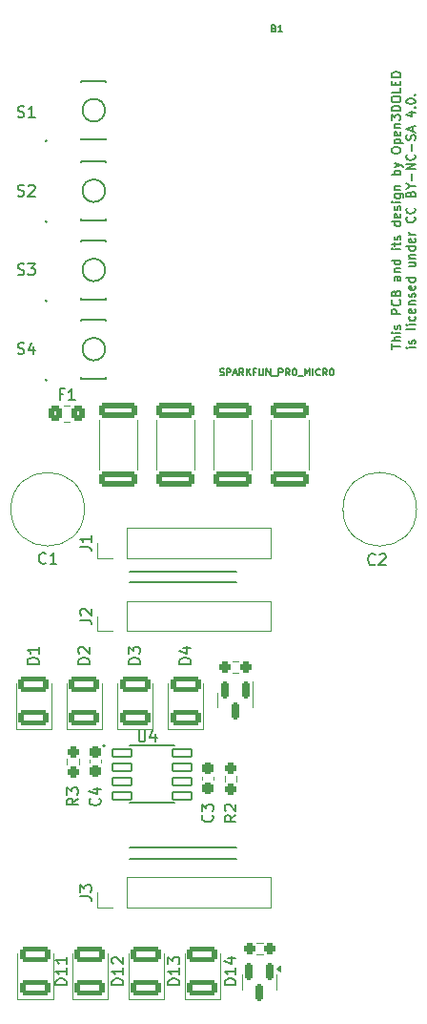
<source format=gbr>
%TF.GenerationSoftware,KiCad,Pcbnew,8.0.1-8.0.1-1~ubuntu22.04.1*%
%TF.CreationDate,2024-04-18T21:36:37+09:00*%
%TF.ProjectId,diy_oled_3d_controller,6469795f-6f6c-4656-945f-33645f636f6e,rev?*%
%TF.SameCoordinates,Original*%
%TF.FileFunction,Legend,Top*%
%TF.FilePolarity,Positive*%
%FSLAX46Y46*%
G04 Gerber Fmt 4.6, Leading zero omitted, Abs format (unit mm)*
G04 Created by KiCad (PCBNEW 8.0.1-8.0.1-1~ubuntu22.04.1) date 2024-04-18 21:36:37*
%MOMM*%
%LPD*%
G01*
G04 APERTURE LIST*
G04 Aperture macros list*
%AMRoundRect*
0 Rectangle with rounded corners*
0 $1 Rounding radius*
0 $2 $3 $4 $5 $6 $7 $8 $9 X,Y pos of 4 corners*
0 Add a 4 corners polygon primitive as box body*
4,1,4,$2,$3,$4,$5,$6,$7,$8,$9,$2,$3,0*
0 Add four circle primitives for the rounded corners*
1,1,$1+$1,$2,$3*
1,1,$1+$1,$4,$5*
1,1,$1+$1,$6,$7*
1,1,$1+$1,$8,$9*
0 Add four rect primitives between the rounded corners*
20,1,$1+$1,$2,$3,$4,$5,0*
20,1,$1+$1,$4,$5,$6,$7,0*
20,1,$1+$1,$6,$7,$8,$9,0*
20,1,$1+$1,$8,$9,$2,$3,0*%
G04 Aperture macros list end*
%ADD10C,0.150000*%
%ADD11C,0.200000*%
%ADD12C,0.127000*%
%ADD13C,0.120000*%
%ADD14C,1.600000*%
%ADD15RoundRect,0.056280X-0.835720X-0.345720X0.835720X-0.345720X0.835720X0.345720X-0.835720X0.345720X0*%
%ADD16RoundRect,0.237500X0.237500X-0.250000X0.237500X0.250000X-0.237500X0.250000X-0.237500X-0.250000X0*%
%ADD17RoundRect,0.237500X-0.237500X0.300000X-0.237500X-0.300000X0.237500X-0.300000X0.237500X0.300000X0*%
%ADD18RoundRect,0.237500X0.250000X0.237500X-0.250000X0.237500X-0.250000X-0.237500X0.250000X-0.237500X0*%
%ADD19R,1.700000X1.000000*%
%ADD20RoundRect,0.250000X-0.325000X-0.450000X0.325000X-0.450000X0.325000X0.450000X-0.325000X0.450000X0*%
%ADD21RoundRect,0.250001X1.074999X-0.462499X1.074999X0.462499X-1.074999X0.462499X-1.074999X-0.462499X0*%
%ADD22RoundRect,0.150000X-0.150000X0.587500X-0.150000X-0.587500X0.150000X-0.587500X0.150000X0.587500X0*%
%ADD23RoundRect,0.237500X0.237500X-0.300000X0.237500X0.300000X-0.237500X0.300000X-0.237500X-0.300000X0*%
%ADD24RoundRect,0.249999X-1.425001X0.450001X-1.425001X-0.450001X1.425001X-0.450001X1.425001X0.450001X0*%
%ADD25R,1.700000X1.700000*%
%ADD26O,1.700000X1.700000*%
%ADD27C,2.082800*%
%ADD28RoundRect,0.237500X-0.237500X0.250000X-0.237500X-0.250000X0.237500X-0.250000X0.237500X0.250000X0*%
%ADD29R,1.220000X1.220000*%
%ADD30C,1.220000*%
G04 APERTURE END LIST*
D10*
X102500000Y-109500000D02*
X112000000Y-109500000D01*
X102500000Y-108500000D02*
X112000000Y-108500000D01*
X112000000Y-84000000D02*
X102500000Y-84000000D01*
X102500000Y-85000000D02*
X112000000Y-85000000D01*
D11*
X125803740Y-64292231D02*
X125803740Y-63835088D01*
X126603740Y-64063660D02*
X125803740Y-64063660D01*
X126603740Y-63568421D02*
X125803740Y-63568421D01*
X126603740Y-63225564D02*
X126184692Y-63225564D01*
X126184692Y-63225564D02*
X126108502Y-63263659D01*
X126108502Y-63263659D02*
X126070406Y-63339850D01*
X126070406Y-63339850D02*
X126070406Y-63454136D01*
X126070406Y-63454136D02*
X126108502Y-63530326D01*
X126108502Y-63530326D02*
X126146597Y-63568421D01*
X126603740Y-62844611D02*
X126070406Y-62844611D01*
X125803740Y-62844611D02*
X125841835Y-62882707D01*
X125841835Y-62882707D02*
X125879930Y-62844611D01*
X125879930Y-62844611D02*
X125841835Y-62806516D01*
X125841835Y-62806516D02*
X125803740Y-62844611D01*
X125803740Y-62844611D02*
X125879930Y-62844611D01*
X126565645Y-62501755D02*
X126603740Y-62425564D01*
X126603740Y-62425564D02*
X126603740Y-62273183D01*
X126603740Y-62273183D02*
X126565645Y-62196993D01*
X126565645Y-62196993D02*
X126489454Y-62158897D01*
X126489454Y-62158897D02*
X126451359Y-62158897D01*
X126451359Y-62158897D02*
X126375168Y-62196993D01*
X126375168Y-62196993D02*
X126337073Y-62273183D01*
X126337073Y-62273183D02*
X126337073Y-62387469D01*
X126337073Y-62387469D02*
X126298978Y-62463659D01*
X126298978Y-62463659D02*
X126222787Y-62501755D01*
X126222787Y-62501755D02*
X126184692Y-62501755D01*
X126184692Y-62501755D02*
X126108502Y-62463659D01*
X126108502Y-62463659D02*
X126070406Y-62387469D01*
X126070406Y-62387469D02*
X126070406Y-62273183D01*
X126070406Y-62273183D02*
X126108502Y-62196993D01*
X126603740Y-61206516D02*
X125803740Y-61206516D01*
X125803740Y-61206516D02*
X125803740Y-60901754D01*
X125803740Y-60901754D02*
X125841835Y-60825564D01*
X125841835Y-60825564D02*
X125879930Y-60787469D01*
X125879930Y-60787469D02*
X125956121Y-60749373D01*
X125956121Y-60749373D02*
X126070406Y-60749373D01*
X126070406Y-60749373D02*
X126146597Y-60787469D01*
X126146597Y-60787469D02*
X126184692Y-60825564D01*
X126184692Y-60825564D02*
X126222787Y-60901754D01*
X126222787Y-60901754D02*
X126222787Y-61206516D01*
X126527549Y-59949373D02*
X126565645Y-59987469D01*
X126565645Y-59987469D02*
X126603740Y-60101754D01*
X126603740Y-60101754D02*
X126603740Y-60177945D01*
X126603740Y-60177945D02*
X126565645Y-60292231D01*
X126565645Y-60292231D02*
X126489454Y-60368421D01*
X126489454Y-60368421D02*
X126413264Y-60406516D01*
X126413264Y-60406516D02*
X126260883Y-60444612D01*
X126260883Y-60444612D02*
X126146597Y-60444612D01*
X126146597Y-60444612D02*
X125994216Y-60406516D01*
X125994216Y-60406516D02*
X125918025Y-60368421D01*
X125918025Y-60368421D02*
X125841835Y-60292231D01*
X125841835Y-60292231D02*
X125803740Y-60177945D01*
X125803740Y-60177945D02*
X125803740Y-60101754D01*
X125803740Y-60101754D02*
X125841835Y-59987469D01*
X125841835Y-59987469D02*
X125879930Y-59949373D01*
X126184692Y-59339850D02*
X126222787Y-59225564D01*
X126222787Y-59225564D02*
X126260883Y-59187469D01*
X126260883Y-59187469D02*
X126337073Y-59149373D01*
X126337073Y-59149373D02*
X126451359Y-59149373D01*
X126451359Y-59149373D02*
X126527549Y-59187469D01*
X126527549Y-59187469D02*
X126565645Y-59225564D01*
X126565645Y-59225564D02*
X126603740Y-59301754D01*
X126603740Y-59301754D02*
X126603740Y-59606516D01*
X126603740Y-59606516D02*
X125803740Y-59606516D01*
X125803740Y-59606516D02*
X125803740Y-59339850D01*
X125803740Y-59339850D02*
X125841835Y-59263659D01*
X125841835Y-59263659D02*
X125879930Y-59225564D01*
X125879930Y-59225564D02*
X125956121Y-59187469D01*
X125956121Y-59187469D02*
X126032311Y-59187469D01*
X126032311Y-59187469D02*
X126108502Y-59225564D01*
X126108502Y-59225564D02*
X126146597Y-59263659D01*
X126146597Y-59263659D02*
X126184692Y-59339850D01*
X126184692Y-59339850D02*
X126184692Y-59606516D01*
X126603740Y-57854135D02*
X126184692Y-57854135D01*
X126184692Y-57854135D02*
X126108502Y-57892230D01*
X126108502Y-57892230D02*
X126070406Y-57968421D01*
X126070406Y-57968421D02*
X126070406Y-58120802D01*
X126070406Y-58120802D02*
X126108502Y-58196992D01*
X126565645Y-57854135D02*
X126603740Y-57930326D01*
X126603740Y-57930326D02*
X126603740Y-58120802D01*
X126603740Y-58120802D02*
X126565645Y-58196992D01*
X126565645Y-58196992D02*
X126489454Y-58235088D01*
X126489454Y-58235088D02*
X126413264Y-58235088D01*
X126413264Y-58235088D02*
X126337073Y-58196992D01*
X126337073Y-58196992D02*
X126298978Y-58120802D01*
X126298978Y-58120802D02*
X126298978Y-57930326D01*
X126298978Y-57930326D02*
X126260883Y-57854135D01*
X126070406Y-57473182D02*
X126603740Y-57473182D01*
X126146597Y-57473182D02*
X126108502Y-57435087D01*
X126108502Y-57435087D02*
X126070406Y-57358897D01*
X126070406Y-57358897D02*
X126070406Y-57244611D01*
X126070406Y-57244611D02*
X126108502Y-57168420D01*
X126108502Y-57168420D02*
X126184692Y-57130325D01*
X126184692Y-57130325D02*
X126603740Y-57130325D01*
X126603740Y-56406515D02*
X125803740Y-56406515D01*
X126565645Y-56406515D02*
X126603740Y-56482706D01*
X126603740Y-56482706D02*
X126603740Y-56635087D01*
X126603740Y-56635087D02*
X126565645Y-56711277D01*
X126565645Y-56711277D02*
X126527549Y-56749372D01*
X126527549Y-56749372D02*
X126451359Y-56787468D01*
X126451359Y-56787468D02*
X126222787Y-56787468D01*
X126222787Y-56787468D02*
X126146597Y-56749372D01*
X126146597Y-56749372D02*
X126108502Y-56711277D01*
X126108502Y-56711277D02*
X126070406Y-56635087D01*
X126070406Y-56635087D02*
X126070406Y-56482706D01*
X126070406Y-56482706D02*
X126108502Y-56406515D01*
X126603740Y-55416038D02*
X126070406Y-55416038D01*
X125803740Y-55416038D02*
X125841835Y-55454134D01*
X125841835Y-55454134D02*
X125879930Y-55416038D01*
X125879930Y-55416038D02*
X125841835Y-55377943D01*
X125841835Y-55377943D02*
X125803740Y-55416038D01*
X125803740Y-55416038D02*
X125879930Y-55416038D01*
X126070406Y-55149372D02*
X126070406Y-54844610D01*
X125803740Y-55035086D02*
X126489454Y-55035086D01*
X126489454Y-55035086D02*
X126565645Y-54996991D01*
X126565645Y-54996991D02*
X126603740Y-54920801D01*
X126603740Y-54920801D02*
X126603740Y-54844610D01*
X126565645Y-54616039D02*
X126603740Y-54539848D01*
X126603740Y-54539848D02*
X126603740Y-54387467D01*
X126603740Y-54387467D02*
X126565645Y-54311277D01*
X126565645Y-54311277D02*
X126489454Y-54273181D01*
X126489454Y-54273181D02*
X126451359Y-54273181D01*
X126451359Y-54273181D02*
X126375168Y-54311277D01*
X126375168Y-54311277D02*
X126337073Y-54387467D01*
X126337073Y-54387467D02*
X126337073Y-54501753D01*
X126337073Y-54501753D02*
X126298978Y-54577943D01*
X126298978Y-54577943D02*
X126222787Y-54616039D01*
X126222787Y-54616039D02*
X126184692Y-54616039D01*
X126184692Y-54616039D02*
X126108502Y-54577943D01*
X126108502Y-54577943D02*
X126070406Y-54501753D01*
X126070406Y-54501753D02*
X126070406Y-54387467D01*
X126070406Y-54387467D02*
X126108502Y-54311277D01*
X126603740Y-52977943D02*
X125803740Y-52977943D01*
X126565645Y-52977943D02*
X126603740Y-53054134D01*
X126603740Y-53054134D02*
X126603740Y-53206515D01*
X126603740Y-53206515D02*
X126565645Y-53282705D01*
X126565645Y-53282705D02*
X126527549Y-53320800D01*
X126527549Y-53320800D02*
X126451359Y-53358896D01*
X126451359Y-53358896D02*
X126222787Y-53358896D01*
X126222787Y-53358896D02*
X126146597Y-53320800D01*
X126146597Y-53320800D02*
X126108502Y-53282705D01*
X126108502Y-53282705D02*
X126070406Y-53206515D01*
X126070406Y-53206515D02*
X126070406Y-53054134D01*
X126070406Y-53054134D02*
X126108502Y-52977943D01*
X126565645Y-52292228D02*
X126603740Y-52368419D01*
X126603740Y-52368419D02*
X126603740Y-52520800D01*
X126603740Y-52520800D02*
X126565645Y-52596990D01*
X126565645Y-52596990D02*
X126489454Y-52635086D01*
X126489454Y-52635086D02*
X126184692Y-52635086D01*
X126184692Y-52635086D02*
X126108502Y-52596990D01*
X126108502Y-52596990D02*
X126070406Y-52520800D01*
X126070406Y-52520800D02*
X126070406Y-52368419D01*
X126070406Y-52368419D02*
X126108502Y-52292228D01*
X126108502Y-52292228D02*
X126184692Y-52254133D01*
X126184692Y-52254133D02*
X126260883Y-52254133D01*
X126260883Y-52254133D02*
X126337073Y-52635086D01*
X126565645Y-51949372D02*
X126603740Y-51873181D01*
X126603740Y-51873181D02*
X126603740Y-51720800D01*
X126603740Y-51720800D02*
X126565645Y-51644610D01*
X126565645Y-51644610D02*
X126489454Y-51606514D01*
X126489454Y-51606514D02*
X126451359Y-51606514D01*
X126451359Y-51606514D02*
X126375168Y-51644610D01*
X126375168Y-51644610D02*
X126337073Y-51720800D01*
X126337073Y-51720800D02*
X126337073Y-51835086D01*
X126337073Y-51835086D02*
X126298978Y-51911276D01*
X126298978Y-51911276D02*
X126222787Y-51949372D01*
X126222787Y-51949372D02*
X126184692Y-51949372D01*
X126184692Y-51949372D02*
X126108502Y-51911276D01*
X126108502Y-51911276D02*
X126070406Y-51835086D01*
X126070406Y-51835086D02*
X126070406Y-51720800D01*
X126070406Y-51720800D02*
X126108502Y-51644610D01*
X126603740Y-51263657D02*
X126070406Y-51263657D01*
X125803740Y-51263657D02*
X125841835Y-51301753D01*
X125841835Y-51301753D02*
X125879930Y-51263657D01*
X125879930Y-51263657D02*
X125841835Y-51225562D01*
X125841835Y-51225562D02*
X125803740Y-51263657D01*
X125803740Y-51263657D02*
X125879930Y-51263657D01*
X126070406Y-50539848D02*
X126718025Y-50539848D01*
X126718025Y-50539848D02*
X126794216Y-50577943D01*
X126794216Y-50577943D02*
X126832311Y-50616039D01*
X126832311Y-50616039D02*
X126870406Y-50692229D01*
X126870406Y-50692229D02*
X126870406Y-50806515D01*
X126870406Y-50806515D02*
X126832311Y-50882705D01*
X126565645Y-50539848D02*
X126603740Y-50616039D01*
X126603740Y-50616039D02*
X126603740Y-50768420D01*
X126603740Y-50768420D02*
X126565645Y-50844610D01*
X126565645Y-50844610D02*
X126527549Y-50882705D01*
X126527549Y-50882705D02*
X126451359Y-50920801D01*
X126451359Y-50920801D02*
X126222787Y-50920801D01*
X126222787Y-50920801D02*
X126146597Y-50882705D01*
X126146597Y-50882705D02*
X126108502Y-50844610D01*
X126108502Y-50844610D02*
X126070406Y-50768420D01*
X126070406Y-50768420D02*
X126070406Y-50616039D01*
X126070406Y-50616039D02*
X126108502Y-50539848D01*
X126070406Y-50158895D02*
X126603740Y-50158895D01*
X126146597Y-50158895D02*
X126108502Y-50120800D01*
X126108502Y-50120800D02*
X126070406Y-50044610D01*
X126070406Y-50044610D02*
X126070406Y-49930324D01*
X126070406Y-49930324D02*
X126108502Y-49854133D01*
X126108502Y-49854133D02*
X126184692Y-49816038D01*
X126184692Y-49816038D02*
X126603740Y-49816038D01*
X126603740Y-48825561D02*
X125803740Y-48825561D01*
X126108502Y-48825561D02*
X126070406Y-48749371D01*
X126070406Y-48749371D02*
X126070406Y-48596990D01*
X126070406Y-48596990D02*
X126108502Y-48520799D01*
X126108502Y-48520799D02*
X126146597Y-48482704D01*
X126146597Y-48482704D02*
X126222787Y-48444609D01*
X126222787Y-48444609D02*
X126451359Y-48444609D01*
X126451359Y-48444609D02*
X126527549Y-48482704D01*
X126527549Y-48482704D02*
X126565645Y-48520799D01*
X126565645Y-48520799D02*
X126603740Y-48596990D01*
X126603740Y-48596990D02*
X126603740Y-48749371D01*
X126603740Y-48749371D02*
X126565645Y-48825561D01*
X126070406Y-48177942D02*
X126603740Y-47987466D01*
X126070406Y-47796989D02*
X126603740Y-47987466D01*
X126603740Y-47987466D02*
X126794216Y-48063656D01*
X126794216Y-48063656D02*
X126832311Y-48101751D01*
X126832311Y-48101751D02*
X126870406Y-48177942D01*
X125803740Y-46730322D02*
X125803740Y-46577941D01*
X125803740Y-46577941D02*
X125841835Y-46501751D01*
X125841835Y-46501751D02*
X125918025Y-46425560D01*
X125918025Y-46425560D02*
X126070406Y-46387465D01*
X126070406Y-46387465D02*
X126337073Y-46387465D01*
X126337073Y-46387465D02*
X126489454Y-46425560D01*
X126489454Y-46425560D02*
X126565645Y-46501751D01*
X126565645Y-46501751D02*
X126603740Y-46577941D01*
X126603740Y-46577941D02*
X126603740Y-46730322D01*
X126603740Y-46730322D02*
X126565645Y-46806513D01*
X126565645Y-46806513D02*
X126489454Y-46882703D01*
X126489454Y-46882703D02*
X126337073Y-46920799D01*
X126337073Y-46920799D02*
X126070406Y-46920799D01*
X126070406Y-46920799D02*
X125918025Y-46882703D01*
X125918025Y-46882703D02*
X125841835Y-46806513D01*
X125841835Y-46806513D02*
X125803740Y-46730322D01*
X126070406Y-46044608D02*
X126870406Y-46044608D01*
X126108502Y-46044608D02*
X126070406Y-45968418D01*
X126070406Y-45968418D02*
X126070406Y-45816037D01*
X126070406Y-45816037D02*
X126108502Y-45739846D01*
X126108502Y-45739846D02*
X126146597Y-45701751D01*
X126146597Y-45701751D02*
X126222787Y-45663656D01*
X126222787Y-45663656D02*
X126451359Y-45663656D01*
X126451359Y-45663656D02*
X126527549Y-45701751D01*
X126527549Y-45701751D02*
X126565645Y-45739846D01*
X126565645Y-45739846D02*
X126603740Y-45816037D01*
X126603740Y-45816037D02*
X126603740Y-45968418D01*
X126603740Y-45968418D02*
X126565645Y-46044608D01*
X126565645Y-45016036D02*
X126603740Y-45092227D01*
X126603740Y-45092227D02*
X126603740Y-45244608D01*
X126603740Y-45244608D02*
X126565645Y-45320798D01*
X126565645Y-45320798D02*
X126489454Y-45358894D01*
X126489454Y-45358894D02*
X126184692Y-45358894D01*
X126184692Y-45358894D02*
X126108502Y-45320798D01*
X126108502Y-45320798D02*
X126070406Y-45244608D01*
X126070406Y-45244608D02*
X126070406Y-45092227D01*
X126070406Y-45092227D02*
X126108502Y-45016036D01*
X126108502Y-45016036D02*
X126184692Y-44977941D01*
X126184692Y-44977941D02*
X126260883Y-44977941D01*
X126260883Y-44977941D02*
X126337073Y-45358894D01*
X126070406Y-44635084D02*
X126603740Y-44635084D01*
X126146597Y-44635084D02*
X126108502Y-44596989D01*
X126108502Y-44596989D02*
X126070406Y-44520799D01*
X126070406Y-44520799D02*
X126070406Y-44406513D01*
X126070406Y-44406513D02*
X126108502Y-44330322D01*
X126108502Y-44330322D02*
X126184692Y-44292227D01*
X126184692Y-44292227D02*
X126603740Y-44292227D01*
X125803740Y-43987465D02*
X125803740Y-43492227D01*
X125803740Y-43492227D02*
X126108502Y-43758893D01*
X126108502Y-43758893D02*
X126108502Y-43644608D01*
X126108502Y-43644608D02*
X126146597Y-43568417D01*
X126146597Y-43568417D02*
X126184692Y-43530322D01*
X126184692Y-43530322D02*
X126260883Y-43492227D01*
X126260883Y-43492227D02*
X126451359Y-43492227D01*
X126451359Y-43492227D02*
X126527549Y-43530322D01*
X126527549Y-43530322D02*
X126565645Y-43568417D01*
X126565645Y-43568417D02*
X126603740Y-43644608D01*
X126603740Y-43644608D02*
X126603740Y-43873179D01*
X126603740Y-43873179D02*
X126565645Y-43949370D01*
X126565645Y-43949370D02*
X126527549Y-43987465D01*
X126603740Y-43149369D02*
X125803740Y-43149369D01*
X125803740Y-43149369D02*
X125803740Y-42958893D01*
X125803740Y-42958893D02*
X125841835Y-42844607D01*
X125841835Y-42844607D02*
X125918025Y-42768417D01*
X125918025Y-42768417D02*
X125994216Y-42730322D01*
X125994216Y-42730322D02*
X126146597Y-42692226D01*
X126146597Y-42692226D02*
X126260883Y-42692226D01*
X126260883Y-42692226D02*
X126413264Y-42730322D01*
X126413264Y-42730322D02*
X126489454Y-42768417D01*
X126489454Y-42768417D02*
X126565645Y-42844607D01*
X126565645Y-42844607D02*
X126603740Y-42958893D01*
X126603740Y-42958893D02*
X126603740Y-43149369D01*
X125803740Y-42196988D02*
X125803740Y-42044607D01*
X125803740Y-42044607D02*
X125841835Y-41968417D01*
X125841835Y-41968417D02*
X125918025Y-41892226D01*
X125918025Y-41892226D02*
X126070406Y-41854131D01*
X126070406Y-41854131D02*
X126337073Y-41854131D01*
X126337073Y-41854131D02*
X126489454Y-41892226D01*
X126489454Y-41892226D02*
X126565645Y-41968417D01*
X126565645Y-41968417D02*
X126603740Y-42044607D01*
X126603740Y-42044607D02*
X126603740Y-42196988D01*
X126603740Y-42196988D02*
X126565645Y-42273179D01*
X126565645Y-42273179D02*
X126489454Y-42349369D01*
X126489454Y-42349369D02*
X126337073Y-42387465D01*
X126337073Y-42387465D02*
X126070406Y-42387465D01*
X126070406Y-42387465D02*
X125918025Y-42349369D01*
X125918025Y-42349369D02*
X125841835Y-42273179D01*
X125841835Y-42273179D02*
X125803740Y-42196988D01*
X126603740Y-41130322D02*
X126603740Y-41511274D01*
X126603740Y-41511274D02*
X125803740Y-41511274D01*
X126184692Y-40863655D02*
X126184692Y-40596989D01*
X126603740Y-40482703D02*
X126603740Y-40863655D01*
X126603740Y-40863655D02*
X125803740Y-40863655D01*
X125803740Y-40863655D02*
X125803740Y-40482703D01*
X126603740Y-40139845D02*
X125803740Y-40139845D01*
X125803740Y-40139845D02*
X125803740Y-39949369D01*
X125803740Y-39949369D02*
X125841835Y-39835083D01*
X125841835Y-39835083D02*
X125918025Y-39758893D01*
X125918025Y-39758893D02*
X125994216Y-39720798D01*
X125994216Y-39720798D02*
X126146597Y-39682702D01*
X126146597Y-39682702D02*
X126260883Y-39682702D01*
X126260883Y-39682702D02*
X126413264Y-39720798D01*
X126413264Y-39720798D02*
X126489454Y-39758893D01*
X126489454Y-39758893D02*
X126565645Y-39835083D01*
X126565645Y-39835083D02*
X126603740Y-39949369D01*
X126603740Y-39949369D02*
X126603740Y-40139845D01*
X127891695Y-64177945D02*
X127358361Y-64177945D01*
X127091695Y-64177945D02*
X127129790Y-64216041D01*
X127129790Y-64216041D02*
X127167885Y-64177945D01*
X127167885Y-64177945D02*
X127129790Y-64139850D01*
X127129790Y-64139850D02*
X127091695Y-64177945D01*
X127091695Y-64177945D02*
X127167885Y-64177945D01*
X127853600Y-63835089D02*
X127891695Y-63758898D01*
X127891695Y-63758898D02*
X127891695Y-63606517D01*
X127891695Y-63606517D02*
X127853600Y-63530327D01*
X127853600Y-63530327D02*
X127777409Y-63492231D01*
X127777409Y-63492231D02*
X127739314Y-63492231D01*
X127739314Y-63492231D02*
X127663123Y-63530327D01*
X127663123Y-63530327D02*
X127625028Y-63606517D01*
X127625028Y-63606517D02*
X127625028Y-63720803D01*
X127625028Y-63720803D02*
X127586933Y-63796993D01*
X127586933Y-63796993D02*
X127510742Y-63835089D01*
X127510742Y-63835089D02*
X127472647Y-63835089D01*
X127472647Y-63835089D02*
X127396457Y-63796993D01*
X127396457Y-63796993D02*
X127358361Y-63720803D01*
X127358361Y-63720803D02*
X127358361Y-63606517D01*
X127358361Y-63606517D02*
X127396457Y-63530327D01*
X127891695Y-62425565D02*
X127853600Y-62501755D01*
X127853600Y-62501755D02*
X127777409Y-62539850D01*
X127777409Y-62539850D02*
X127091695Y-62539850D01*
X127891695Y-62120802D02*
X127358361Y-62120802D01*
X127091695Y-62120802D02*
X127129790Y-62158898D01*
X127129790Y-62158898D02*
X127167885Y-62120802D01*
X127167885Y-62120802D02*
X127129790Y-62082707D01*
X127129790Y-62082707D02*
X127091695Y-62120802D01*
X127091695Y-62120802D02*
X127167885Y-62120802D01*
X127853600Y-61396993D02*
X127891695Y-61473184D01*
X127891695Y-61473184D02*
X127891695Y-61625565D01*
X127891695Y-61625565D02*
X127853600Y-61701755D01*
X127853600Y-61701755D02*
X127815504Y-61739850D01*
X127815504Y-61739850D02*
X127739314Y-61777946D01*
X127739314Y-61777946D02*
X127510742Y-61777946D01*
X127510742Y-61777946D02*
X127434552Y-61739850D01*
X127434552Y-61739850D02*
X127396457Y-61701755D01*
X127396457Y-61701755D02*
X127358361Y-61625565D01*
X127358361Y-61625565D02*
X127358361Y-61473184D01*
X127358361Y-61473184D02*
X127396457Y-61396993D01*
X127853600Y-60749374D02*
X127891695Y-60825565D01*
X127891695Y-60825565D02*
X127891695Y-60977946D01*
X127891695Y-60977946D02*
X127853600Y-61054136D01*
X127853600Y-61054136D02*
X127777409Y-61092232D01*
X127777409Y-61092232D02*
X127472647Y-61092232D01*
X127472647Y-61092232D02*
X127396457Y-61054136D01*
X127396457Y-61054136D02*
X127358361Y-60977946D01*
X127358361Y-60977946D02*
X127358361Y-60825565D01*
X127358361Y-60825565D02*
X127396457Y-60749374D01*
X127396457Y-60749374D02*
X127472647Y-60711279D01*
X127472647Y-60711279D02*
X127548838Y-60711279D01*
X127548838Y-60711279D02*
X127625028Y-61092232D01*
X127358361Y-60368422D02*
X127891695Y-60368422D01*
X127434552Y-60368422D02*
X127396457Y-60330327D01*
X127396457Y-60330327D02*
X127358361Y-60254137D01*
X127358361Y-60254137D02*
X127358361Y-60139851D01*
X127358361Y-60139851D02*
X127396457Y-60063660D01*
X127396457Y-60063660D02*
X127472647Y-60025565D01*
X127472647Y-60025565D02*
X127891695Y-60025565D01*
X127853600Y-59682708D02*
X127891695Y-59606517D01*
X127891695Y-59606517D02*
X127891695Y-59454136D01*
X127891695Y-59454136D02*
X127853600Y-59377946D01*
X127853600Y-59377946D02*
X127777409Y-59339850D01*
X127777409Y-59339850D02*
X127739314Y-59339850D01*
X127739314Y-59339850D02*
X127663123Y-59377946D01*
X127663123Y-59377946D02*
X127625028Y-59454136D01*
X127625028Y-59454136D02*
X127625028Y-59568422D01*
X127625028Y-59568422D02*
X127586933Y-59644612D01*
X127586933Y-59644612D02*
X127510742Y-59682708D01*
X127510742Y-59682708D02*
X127472647Y-59682708D01*
X127472647Y-59682708D02*
X127396457Y-59644612D01*
X127396457Y-59644612D02*
X127358361Y-59568422D01*
X127358361Y-59568422D02*
X127358361Y-59454136D01*
X127358361Y-59454136D02*
X127396457Y-59377946D01*
X127853600Y-58692231D02*
X127891695Y-58768422D01*
X127891695Y-58768422D02*
X127891695Y-58920803D01*
X127891695Y-58920803D02*
X127853600Y-58996993D01*
X127853600Y-58996993D02*
X127777409Y-59035089D01*
X127777409Y-59035089D02*
X127472647Y-59035089D01*
X127472647Y-59035089D02*
X127396457Y-58996993D01*
X127396457Y-58996993D02*
X127358361Y-58920803D01*
X127358361Y-58920803D02*
X127358361Y-58768422D01*
X127358361Y-58768422D02*
X127396457Y-58692231D01*
X127396457Y-58692231D02*
X127472647Y-58654136D01*
X127472647Y-58654136D02*
X127548838Y-58654136D01*
X127548838Y-58654136D02*
X127625028Y-59035089D01*
X127891695Y-57968422D02*
X127091695Y-57968422D01*
X127853600Y-57968422D02*
X127891695Y-58044613D01*
X127891695Y-58044613D02*
X127891695Y-58196994D01*
X127891695Y-58196994D02*
X127853600Y-58273184D01*
X127853600Y-58273184D02*
X127815504Y-58311279D01*
X127815504Y-58311279D02*
X127739314Y-58349375D01*
X127739314Y-58349375D02*
X127510742Y-58349375D01*
X127510742Y-58349375D02*
X127434552Y-58311279D01*
X127434552Y-58311279D02*
X127396457Y-58273184D01*
X127396457Y-58273184D02*
X127358361Y-58196994D01*
X127358361Y-58196994D02*
X127358361Y-58044613D01*
X127358361Y-58044613D02*
X127396457Y-57968422D01*
X127358361Y-56635088D02*
X127891695Y-56635088D01*
X127358361Y-56977945D02*
X127777409Y-56977945D01*
X127777409Y-56977945D02*
X127853600Y-56939850D01*
X127853600Y-56939850D02*
X127891695Y-56863660D01*
X127891695Y-56863660D02*
X127891695Y-56749374D01*
X127891695Y-56749374D02*
X127853600Y-56673183D01*
X127853600Y-56673183D02*
X127815504Y-56635088D01*
X127358361Y-56254135D02*
X127891695Y-56254135D01*
X127434552Y-56254135D02*
X127396457Y-56216040D01*
X127396457Y-56216040D02*
X127358361Y-56139850D01*
X127358361Y-56139850D02*
X127358361Y-56025564D01*
X127358361Y-56025564D02*
X127396457Y-55949373D01*
X127396457Y-55949373D02*
X127472647Y-55911278D01*
X127472647Y-55911278D02*
X127891695Y-55911278D01*
X127891695Y-55187468D02*
X127091695Y-55187468D01*
X127853600Y-55187468D02*
X127891695Y-55263659D01*
X127891695Y-55263659D02*
X127891695Y-55416040D01*
X127891695Y-55416040D02*
X127853600Y-55492230D01*
X127853600Y-55492230D02*
X127815504Y-55530325D01*
X127815504Y-55530325D02*
X127739314Y-55568421D01*
X127739314Y-55568421D02*
X127510742Y-55568421D01*
X127510742Y-55568421D02*
X127434552Y-55530325D01*
X127434552Y-55530325D02*
X127396457Y-55492230D01*
X127396457Y-55492230D02*
X127358361Y-55416040D01*
X127358361Y-55416040D02*
X127358361Y-55263659D01*
X127358361Y-55263659D02*
X127396457Y-55187468D01*
X127853600Y-54501753D02*
X127891695Y-54577944D01*
X127891695Y-54577944D02*
X127891695Y-54730325D01*
X127891695Y-54730325D02*
X127853600Y-54806515D01*
X127853600Y-54806515D02*
X127777409Y-54844611D01*
X127777409Y-54844611D02*
X127472647Y-54844611D01*
X127472647Y-54844611D02*
X127396457Y-54806515D01*
X127396457Y-54806515D02*
X127358361Y-54730325D01*
X127358361Y-54730325D02*
X127358361Y-54577944D01*
X127358361Y-54577944D02*
X127396457Y-54501753D01*
X127396457Y-54501753D02*
X127472647Y-54463658D01*
X127472647Y-54463658D02*
X127548838Y-54463658D01*
X127548838Y-54463658D02*
X127625028Y-54844611D01*
X127891695Y-54120801D02*
X127358361Y-54120801D01*
X127510742Y-54120801D02*
X127434552Y-54082706D01*
X127434552Y-54082706D02*
X127396457Y-54044611D01*
X127396457Y-54044611D02*
X127358361Y-53968420D01*
X127358361Y-53968420D02*
X127358361Y-53892230D01*
X127815504Y-52558896D02*
X127853600Y-52596992D01*
X127853600Y-52596992D02*
X127891695Y-52711277D01*
X127891695Y-52711277D02*
X127891695Y-52787468D01*
X127891695Y-52787468D02*
X127853600Y-52901754D01*
X127853600Y-52901754D02*
X127777409Y-52977944D01*
X127777409Y-52977944D02*
X127701219Y-53016039D01*
X127701219Y-53016039D02*
X127548838Y-53054135D01*
X127548838Y-53054135D02*
X127434552Y-53054135D01*
X127434552Y-53054135D02*
X127282171Y-53016039D01*
X127282171Y-53016039D02*
X127205980Y-52977944D01*
X127205980Y-52977944D02*
X127129790Y-52901754D01*
X127129790Y-52901754D02*
X127091695Y-52787468D01*
X127091695Y-52787468D02*
X127091695Y-52711277D01*
X127091695Y-52711277D02*
X127129790Y-52596992D01*
X127129790Y-52596992D02*
X127167885Y-52558896D01*
X127815504Y-51758896D02*
X127853600Y-51796992D01*
X127853600Y-51796992D02*
X127891695Y-51911277D01*
X127891695Y-51911277D02*
X127891695Y-51987468D01*
X127891695Y-51987468D02*
X127853600Y-52101754D01*
X127853600Y-52101754D02*
X127777409Y-52177944D01*
X127777409Y-52177944D02*
X127701219Y-52216039D01*
X127701219Y-52216039D02*
X127548838Y-52254135D01*
X127548838Y-52254135D02*
X127434552Y-52254135D01*
X127434552Y-52254135D02*
X127282171Y-52216039D01*
X127282171Y-52216039D02*
X127205980Y-52177944D01*
X127205980Y-52177944D02*
X127129790Y-52101754D01*
X127129790Y-52101754D02*
X127091695Y-51987468D01*
X127091695Y-51987468D02*
X127091695Y-51911277D01*
X127091695Y-51911277D02*
X127129790Y-51796992D01*
X127129790Y-51796992D02*
X127167885Y-51758896D01*
X127472647Y-50539849D02*
X127510742Y-50425563D01*
X127510742Y-50425563D02*
X127548838Y-50387468D01*
X127548838Y-50387468D02*
X127625028Y-50349372D01*
X127625028Y-50349372D02*
X127739314Y-50349372D01*
X127739314Y-50349372D02*
X127815504Y-50387468D01*
X127815504Y-50387468D02*
X127853600Y-50425563D01*
X127853600Y-50425563D02*
X127891695Y-50501753D01*
X127891695Y-50501753D02*
X127891695Y-50806515D01*
X127891695Y-50806515D02*
X127091695Y-50806515D01*
X127091695Y-50806515D02*
X127091695Y-50539849D01*
X127091695Y-50539849D02*
X127129790Y-50463658D01*
X127129790Y-50463658D02*
X127167885Y-50425563D01*
X127167885Y-50425563D02*
X127244076Y-50387468D01*
X127244076Y-50387468D02*
X127320266Y-50387468D01*
X127320266Y-50387468D02*
X127396457Y-50425563D01*
X127396457Y-50425563D02*
X127434552Y-50463658D01*
X127434552Y-50463658D02*
X127472647Y-50539849D01*
X127472647Y-50539849D02*
X127472647Y-50806515D01*
X127510742Y-49854134D02*
X127891695Y-49854134D01*
X127091695Y-50120801D02*
X127510742Y-49854134D01*
X127510742Y-49854134D02*
X127091695Y-49587468D01*
X127586933Y-49320801D02*
X127586933Y-48711278D01*
X127891695Y-48330325D02*
X127091695Y-48330325D01*
X127091695Y-48330325D02*
X127891695Y-47873182D01*
X127891695Y-47873182D02*
X127091695Y-47873182D01*
X127815504Y-47035087D02*
X127853600Y-47073183D01*
X127853600Y-47073183D02*
X127891695Y-47187468D01*
X127891695Y-47187468D02*
X127891695Y-47263659D01*
X127891695Y-47263659D02*
X127853600Y-47377945D01*
X127853600Y-47377945D02*
X127777409Y-47454135D01*
X127777409Y-47454135D02*
X127701219Y-47492230D01*
X127701219Y-47492230D02*
X127548838Y-47530326D01*
X127548838Y-47530326D02*
X127434552Y-47530326D01*
X127434552Y-47530326D02*
X127282171Y-47492230D01*
X127282171Y-47492230D02*
X127205980Y-47454135D01*
X127205980Y-47454135D02*
X127129790Y-47377945D01*
X127129790Y-47377945D02*
X127091695Y-47263659D01*
X127091695Y-47263659D02*
X127091695Y-47187468D01*
X127091695Y-47187468D02*
X127129790Y-47073183D01*
X127129790Y-47073183D02*
X127167885Y-47035087D01*
X127586933Y-46692230D02*
X127586933Y-46082707D01*
X127853600Y-45739850D02*
X127891695Y-45625564D01*
X127891695Y-45625564D02*
X127891695Y-45435088D01*
X127891695Y-45435088D02*
X127853600Y-45358897D01*
X127853600Y-45358897D02*
X127815504Y-45320802D01*
X127815504Y-45320802D02*
X127739314Y-45282707D01*
X127739314Y-45282707D02*
X127663123Y-45282707D01*
X127663123Y-45282707D02*
X127586933Y-45320802D01*
X127586933Y-45320802D02*
X127548838Y-45358897D01*
X127548838Y-45358897D02*
X127510742Y-45435088D01*
X127510742Y-45435088D02*
X127472647Y-45587469D01*
X127472647Y-45587469D02*
X127434552Y-45663659D01*
X127434552Y-45663659D02*
X127396457Y-45701754D01*
X127396457Y-45701754D02*
X127320266Y-45739850D01*
X127320266Y-45739850D02*
X127244076Y-45739850D01*
X127244076Y-45739850D02*
X127167885Y-45701754D01*
X127167885Y-45701754D02*
X127129790Y-45663659D01*
X127129790Y-45663659D02*
X127091695Y-45587469D01*
X127091695Y-45587469D02*
X127091695Y-45396992D01*
X127091695Y-45396992D02*
X127129790Y-45282707D01*
X127663123Y-44977945D02*
X127663123Y-44596992D01*
X127891695Y-45054135D02*
X127091695Y-44787468D01*
X127091695Y-44787468D02*
X127891695Y-44520802D01*
X127358361Y-43301754D02*
X127891695Y-43301754D01*
X127053600Y-43492230D02*
X127625028Y-43682707D01*
X127625028Y-43682707D02*
X127625028Y-43187468D01*
X127815504Y-42882706D02*
X127853600Y-42844611D01*
X127853600Y-42844611D02*
X127891695Y-42882706D01*
X127891695Y-42882706D02*
X127853600Y-42920802D01*
X127853600Y-42920802D02*
X127815504Y-42882706D01*
X127815504Y-42882706D02*
X127891695Y-42882706D01*
X127091695Y-42349373D02*
X127091695Y-42273183D01*
X127091695Y-42273183D02*
X127129790Y-42196992D01*
X127129790Y-42196992D02*
X127167885Y-42158897D01*
X127167885Y-42158897D02*
X127244076Y-42120802D01*
X127244076Y-42120802D02*
X127396457Y-42082707D01*
X127396457Y-42082707D02*
X127586933Y-42082707D01*
X127586933Y-42082707D02*
X127739314Y-42120802D01*
X127739314Y-42120802D02*
X127815504Y-42158897D01*
X127815504Y-42158897D02*
X127853600Y-42196992D01*
X127853600Y-42196992D02*
X127891695Y-42273183D01*
X127891695Y-42273183D02*
X127891695Y-42349373D01*
X127891695Y-42349373D02*
X127853600Y-42425564D01*
X127853600Y-42425564D02*
X127815504Y-42463659D01*
X127815504Y-42463659D02*
X127739314Y-42501754D01*
X127739314Y-42501754D02*
X127586933Y-42539850D01*
X127586933Y-42539850D02*
X127396457Y-42539850D01*
X127396457Y-42539850D02*
X127244076Y-42501754D01*
X127244076Y-42501754D02*
X127167885Y-42463659D01*
X127167885Y-42463659D02*
X127129790Y-42425564D01*
X127129790Y-42425564D02*
X127091695Y-42349373D01*
X127815504Y-41739849D02*
X127853600Y-41701754D01*
X127853600Y-41701754D02*
X127891695Y-41739849D01*
X127891695Y-41739849D02*
X127853600Y-41777945D01*
X127853600Y-41777945D02*
X127815504Y-41739849D01*
X127815504Y-41739849D02*
X127891695Y-41739849D01*
D10*
X103338095Y-98117819D02*
X103338095Y-98927342D01*
X103338095Y-98927342D02*
X103385714Y-99022580D01*
X103385714Y-99022580D02*
X103433333Y-99070200D01*
X103433333Y-99070200D02*
X103528571Y-99117819D01*
X103528571Y-99117819D02*
X103719047Y-99117819D01*
X103719047Y-99117819D02*
X103814285Y-99070200D01*
X103814285Y-99070200D02*
X103861904Y-99022580D01*
X103861904Y-99022580D02*
X103909523Y-98927342D01*
X103909523Y-98927342D02*
X103909523Y-98117819D01*
X104814285Y-98451152D02*
X104814285Y-99117819D01*
X104576190Y-98070200D02*
X104338095Y-98784485D01*
X104338095Y-98784485D02*
X104957142Y-98784485D01*
X97954819Y-104166666D02*
X97478628Y-104499999D01*
X97954819Y-104738094D02*
X96954819Y-104738094D01*
X96954819Y-104738094D02*
X96954819Y-104357142D01*
X96954819Y-104357142D02*
X97002438Y-104261904D01*
X97002438Y-104261904D02*
X97050057Y-104214285D01*
X97050057Y-104214285D02*
X97145295Y-104166666D01*
X97145295Y-104166666D02*
X97288152Y-104166666D01*
X97288152Y-104166666D02*
X97383390Y-104214285D01*
X97383390Y-104214285D02*
X97431009Y-104261904D01*
X97431009Y-104261904D02*
X97478628Y-104357142D01*
X97478628Y-104357142D02*
X97478628Y-104738094D01*
X96954819Y-103833332D02*
X96954819Y-103214285D01*
X96954819Y-103214285D02*
X97335771Y-103547618D01*
X97335771Y-103547618D02*
X97335771Y-103404761D01*
X97335771Y-103404761D02*
X97383390Y-103309523D01*
X97383390Y-103309523D02*
X97431009Y-103261904D01*
X97431009Y-103261904D02*
X97526247Y-103214285D01*
X97526247Y-103214285D02*
X97764342Y-103214285D01*
X97764342Y-103214285D02*
X97859580Y-103261904D01*
X97859580Y-103261904D02*
X97907200Y-103309523D01*
X97907200Y-103309523D02*
X97954819Y-103404761D01*
X97954819Y-103404761D02*
X97954819Y-103690475D01*
X97954819Y-103690475D02*
X97907200Y-103785713D01*
X97907200Y-103785713D02*
X97859580Y-103833332D01*
X99859580Y-104166666D02*
X99907200Y-104214285D01*
X99907200Y-104214285D02*
X99954819Y-104357142D01*
X99954819Y-104357142D02*
X99954819Y-104452380D01*
X99954819Y-104452380D02*
X99907200Y-104595237D01*
X99907200Y-104595237D02*
X99811961Y-104690475D01*
X99811961Y-104690475D02*
X99716723Y-104738094D01*
X99716723Y-104738094D02*
X99526247Y-104785713D01*
X99526247Y-104785713D02*
X99383390Y-104785713D01*
X99383390Y-104785713D02*
X99192914Y-104738094D01*
X99192914Y-104738094D02*
X99097676Y-104690475D01*
X99097676Y-104690475D02*
X99002438Y-104595237D01*
X99002438Y-104595237D02*
X98954819Y-104452380D01*
X98954819Y-104452380D02*
X98954819Y-104357142D01*
X98954819Y-104357142D02*
X99002438Y-104214285D01*
X99002438Y-104214285D02*
X99050057Y-104166666D01*
X99288152Y-103309523D02*
X99954819Y-103309523D01*
X98907200Y-103547618D02*
X99621485Y-103785713D01*
X99621485Y-103785713D02*
X99621485Y-103166666D01*
X92587992Y-64680256D02*
X92730869Y-64727881D01*
X92730869Y-64727881D02*
X92968996Y-64727881D01*
X92968996Y-64727881D02*
X93064247Y-64680256D01*
X93064247Y-64680256D02*
X93111872Y-64632630D01*
X93111872Y-64632630D02*
X93159497Y-64537379D01*
X93159497Y-64537379D02*
X93159497Y-64442128D01*
X93159497Y-64442128D02*
X93111872Y-64346878D01*
X93111872Y-64346878D02*
X93064247Y-64299252D01*
X93064247Y-64299252D02*
X92968996Y-64251627D01*
X92968996Y-64251627D02*
X92778494Y-64204001D01*
X92778494Y-64204001D02*
X92683243Y-64156376D01*
X92683243Y-64156376D02*
X92635618Y-64108750D01*
X92635618Y-64108750D02*
X92587992Y-64013500D01*
X92587992Y-64013500D02*
X92587992Y-63918249D01*
X92587992Y-63918249D02*
X92635618Y-63822998D01*
X92635618Y-63822998D02*
X92683243Y-63775372D01*
X92683243Y-63775372D02*
X92778494Y-63727747D01*
X92778494Y-63727747D02*
X93016621Y-63727747D01*
X93016621Y-63727747D02*
X93159497Y-63775372D01*
X94016756Y-64061125D02*
X94016756Y-64727881D01*
X93778628Y-63680122D02*
X93540501Y-64394503D01*
X93540501Y-64394503D02*
X94159632Y-64394503D01*
X96641666Y-68281009D02*
X96308333Y-68281009D01*
X96308333Y-68804819D02*
X96308333Y-67804819D01*
X96308333Y-67804819D02*
X96784523Y-67804819D01*
X97689285Y-68804819D02*
X97117857Y-68804819D01*
X97403571Y-68804819D02*
X97403571Y-67804819D01*
X97403571Y-67804819D02*
X97308333Y-67947676D01*
X97308333Y-67947676D02*
X97213095Y-68042914D01*
X97213095Y-68042914D02*
X97117857Y-68090533D01*
X101954819Y-120714285D02*
X100954819Y-120714285D01*
X100954819Y-120714285D02*
X100954819Y-120476190D01*
X100954819Y-120476190D02*
X101002438Y-120333333D01*
X101002438Y-120333333D02*
X101097676Y-120238095D01*
X101097676Y-120238095D02*
X101192914Y-120190476D01*
X101192914Y-120190476D02*
X101383390Y-120142857D01*
X101383390Y-120142857D02*
X101526247Y-120142857D01*
X101526247Y-120142857D02*
X101716723Y-120190476D01*
X101716723Y-120190476D02*
X101811961Y-120238095D01*
X101811961Y-120238095D02*
X101907200Y-120333333D01*
X101907200Y-120333333D02*
X101954819Y-120476190D01*
X101954819Y-120476190D02*
X101954819Y-120714285D01*
X101954819Y-119190476D02*
X101954819Y-119761904D01*
X101954819Y-119476190D02*
X100954819Y-119476190D01*
X100954819Y-119476190D02*
X101097676Y-119571428D01*
X101097676Y-119571428D02*
X101192914Y-119666666D01*
X101192914Y-119666666D02*
X101240533Y-119761904D01*
X101050057Y-118809523D02*
X101002438Y-118761904D01*
X101002438Y-118761904D02*
X100954819Y-118666666D01*
X100954819Y-118666666D02*
X100954819Y-118428571D01*
X100954819Y-118428571D02*
X101002438Y-118333333D01*
X101002438Y-118333333D02*
X101050057Y-118285714D01*
X101050057Y-118285714D02*
X101145295Y-118238095D01*
X101145295Y-118238095D02*
X101240533Y-118238095D01*
X101240533Y-118238095D02*
X101383390Y-118285714D01*
X101383390Y-118285714D02*
X101954819Y-118857142D01*
X101954819Y-118857142D02*
X101954819Y-118238095D01*
X94454819Y-92238094D02*
X93454819Y-92238094D01*
X93454819Y-92238094D02*
X93454819Y-91999999D01*
X93454819Y-91999999D02*
X93502438Y-91857142D01*
X93502438Y-91857142D02*
X93597676Y-91761904D01*
X93597676Y-91761904D02*
X93692914Y-91714285D01*
X93692914Y-91714285D02*
X93883390Y-91666666D01*
X93883390Y-91666666D02*
X94026247Y-91666666D01*
X94026247Y-91666666D02*
X94216723Y-91714285D01*
X94216723Y-91714285D02*
X94311961Y-91761904D01*
X94311961Y-91761904D02*
X94407200Y-91857142D01*
X94407200Y-91857142D02*
X94454819Y-91999999D01*
X94454819Y-91999999D02*
X94454819Y-92238094D01*
X94454819Y-90714285D02*
X94454819Y-91285713D01*
X94454819Y-90999999D02*
X93454819Y-90999999D01*
X93454819Y-90999999D02*
X93597676Y-91095237D01*
X93597676Y-91095237D02*
X93692914Y-91190475D01*
X93692914Y-91190475D02*
X93740533Y-91285713D01*
X109859580Y-105636666D02*
X109907200Y-105684285D01*
X109907200Y-105684285D02*
X109954819Y-105827142D01*
X109954819Y-105827142D02*
X109954819Y-105922380D01*
X109954819Y-105922380D02*
X109907200Y-106065237D01*
X109907200Y-106065237D02*
X109811961Y-106160475D01*
X109811961Y-106160475D02*
X109716723Y-106208094D01*
X109716723Y-106208094D02*
X109526247Y-106255713D01*
X109526247Y-106255713D02*
X109383390Y-106255713D01*
X109383390Y-106255713D02*
X109192914Y-106208094D01*
X109192914Y-106208094D02*
X109097676Y-106160475D01*
X109097676Y-106160475D02*
X109002438Y-106065237D01*
X109002438Y-106065237D02*
X108954819Y-105922380D01*
X108954819Y-105922380D02*
X108954819Y-105827142D01*
X108954819Y-105827142D02*
X109002438Y-105684285D01*
X109002438Y-105684285D02*
X109050057Y-105636666D01*
X108954819Y-105303332D02*
X108954819Y-104684285D01*
X108954819Y-104684285D02*
X109335771Y-105017618D01*
X109335771Y-105017618D02*
X109335771Y-104874761D01*
X109335771Y-104874761D02*
X109383390Y-104779523D01*
X109383390Y-104779523D02*
X109431009Y-104731904D01*
X109431009Y-104731904D02*
X109526247Y-104684285D01*
X109526247Y-104684285D02*
X109764342Y-104684285D01*
X109764342Y-104684285D02*
X109859580Y-104731904D01*
X109859580Y-104731904D02*
X109907200Y-104779523D01*
X109907200Y-104779523D02*
X109954819Y-104874761D01*
X109954819Y-104874761D02*
X109954819Y-105160475D01*
X109954819Y-105160475D02*
X109907200Y-105255713D01*
X109907200Y-105255713D02*
X109859580Y-105303332D01*
X107954819Y-92238094D02*
X106954819Y-92238094D01*
X106954819Y-92238094D02*
X106954819Y-91999999D01*
X106954819Y-91999999D02*
X107002438Y-91857142D01*
X107002438Y-91857142D02*
X107097676Y-91761904D01*
X107097676Y-91761904D02*
X107192914Y-91714285D01*
X107192914Y-91714285D02*
X107383390Y-91666666D01*
X107383390Y-91666666D02*
X107526247Y-91666666D01*
X107526247Y-91666666D02*
X107716723Y-91714285D01*
X107716723Y-91714285D02*
X107811961Y-91761904D01*
X107811961Y-91761904D02*
X107907200Y-91857142D01*
X107907200Y-91857142D02*
X107954819Y-91999999D01*
X107954819Y-91999999D02*
X107954819Y-92238094D01*
X107288152Y-90809523D02*
X107954819Y-90809523D01*
X106907200Y-91047618D02*
X107621485Y-91285713D01*
X107621485Y-91285713D02*
X107621485Y-90666666D01*
X95083333Y-83259580D02*
X95035714Y-83307200D01*
X95035714Y-83307200D02*
X94892857Y-83354819D01*
X94892857Y-83354819D02*
X94797619Y-83354819D01*
X94797619Y-83354819D02*
X94654762Y-83307200D01*
X94654762Y-83307200D02*
X94559524Y-83211961D01*
X94559524Y-83211961D02*
X94511905Y-83116723D01*
X94511905Y-83116723D02*
X94464286Y-82926247D01*
X94464286Y-82926247D02*
X94464286Y-82783390D01*
X94464286Y-82783390D02*
X94511905Y-82592914D01*
X94511905Y-82592914D02*
X94559524Y-82497676D01*
X94559524Y-82497676D02*
X94654762Y-82402438D01*
X94654762Y-82402438D02*
X94797619Y-82354819D01*
X94797619Y-82354819D02*
X94892857Y-82354819D01*
X94892857Y-82354819D02*
X95035714Y-82402438D01*
X95035714Y-82402438D02*
X95083333Y-82450057D01*
X96035714Y-83354819D02*
X95464286Y-83354819D01*
X95750000Y-83354819D02*
X95750000Y-82354819D01*
X95750000Y-82354819D02*
X95654762Y-82497676D01*
X95654762Y-82497676D02*
X95559524Y-82592914D01*
X95559524Y-82592914D02*
X95464286Y-82640533D01*
X98124819Y-112833333D02*
X98839104Y-112833333D01*
X98839104Y-112833333D02*
X98981961Y-112880952D01*
X98981961Y-112880952D02*
X99077200Y-112976190D01*
X99077200Y-112976190D02*
X99124819Y-113119047D01*
X99124819Y-113119047D02*
X99124819Y-113214285D01*
X98124819Y-112452380D02*
X98124819Y-111833333D01*
X98124819Y-111833333D02*
X98505771Y-112166666D01*
X98505771Y-112166666D02*
X98505771Y-112023809D01*
X98505771Y-112023809D02*
X98553390Y-111928571D01*
X98553390Y-111928571D02*
X98601009Y-111880952D01*
X98601009Y-111880952D02*
X98696247Y-111833333D01*
X98696247Y-111833333D02*
X98934342Y-111833333D01*
X98934342Y-111833333D02*
X99029580Y-111880952D01*
X99029580Y-111880952D02*
X99077200Y-111928571D01*
X99077200Y-111928571D02*
X99124819Y-112023809D01*
X99124819Y-112023809D02*
X99124819Y-112309523D01*
X99124819Y-112309523D02*
X99077200Y-112404761D01*
X99077200Y-112404761D02*
X99029580Y-112452380D01*
D12*
X115373257Y-35836094D02*
X115460343Y-35865122D01*
X115460343Y-35865122D02*
X115489372Y-35894151D01*
X115489372Y-35894151D02*
X115518400Y-35952208D01*
X115518400Y-35952208D02*
X115518400Y-36039294D01*
X115518400Y-36039294D02*
X115489372Y-36097351D01*
X115489372Y-36097351D02*
X115460343Y-36126380D01*
X115460343Y-36126380D02*
X115402286Y-36155408D01*
X115402286Y-36155408D02*
X115170057Y-36155408D01*
X115170057Y-36155408D02*
X115170057Y-35545808D01*
X115170057Y-35545808D02*
X115373257Y-35545808D01*
X115373257Y-35545808D02*
X115431315Y-35574837D01*
X115431315Y-35574837D02*
X115460343Y-35603865D01*
X115460343Y-35603865D02*
X115489372Y-35661922D01*
X115489372Y-35661922D02*
X115489372Y-35719980D01*
X115489372Y-35719980D02*
X115460343Y-35778037D01*
X115460343Y-35778037D02*
X115431315Y-35807065D01*
X115431315Y-35807065D02*
X115373257Y-35836094D01*
X115373257Y-35836094D02*
X115170057Y-35836094D01*
X116098972Y-36155408D02*
X115750629Y-36155408D01*
X115924800Y-36155408D02*
X115924800Y-35545808D01*
X115924800Y-35545808D02*
X115866743Y-35632894D01*
X115866743Y-35632894D02*
X115808686Y-35690951D01*
X115808686Y-35690951D02*
X115750629Y-35719980D01*
X110554514Y-66606380D02*
X110641600Y-66635408D01*
X110641600Y-66635408D02*
X110786742Y-66635408D01*
X110786742Y-66635408D02*
X110844800Y-66606380D01*
X110844800Y-66606380D02*
X110873828Y-66577351D01*
X110873828Y-66577351D02*
X110902857Y-66519294D01*
X110902857Y-66519294D02*
X110902857Y-66461237D01*
X110902857Y-66461237D02*
X110873828Y-66403180D01*
X110873828Y-66403180D02*
X110844800Y-66374151D01*
X110844800Y-66374151D02*
X110786742Y-66345122D01*
X110786742Y-66345122D02*
X110670628Y-66316094D01*
X110670628Y-66316094D02*
X110612571Y-66287065D01*
X110612571Y-66287065D02*
X110583542Y-66258037D01*
X110583542Y-66258037D02*
X110554514Y-66199980D01*
X110554514Y-66199980D02*
X110554514Y-66141922D01*
X110554514Y-66141922D02*
X110583542Y-66083865D01*
X110583542Y-66083865D02*
X110612571Y-66054837D01*
X110612571Y-66054837D02*
X110670628Y-66025808D01*
X110670628Y-66025808D02*
X110815771Y-66025808D01*
X110815771Y-66025808D02*
X110902857Y-66054837D01*
X111164113Y-66635408D02*
X111164113Y-66025808D01*
X111164113Y-66025808D02*
X111396342Y-66025808D01*
X111396342Y-66025808D02*
X111454399Y-66054837D01*
X111454399Y-66054837D02*
X111483428Y-66083865D01*
X111483428Y-66083865D02*
X111512456Y-66141922D01*
X111512456Y-66141922D02*
X111512456Y-66229008D01*
X111512456Y-66229008D02*
X111483428Y-66287065D01*
X111483428Y-66287065D02*
X111454399Y-66316094D01*
X111454399Y-66316094D02*
X111396342Y-66345122D01*
X111396342Y-66345122D02*
X111164113Y-66345122D01*
X111744685Y-66461237D02*
X112034971Y-66461237D01*
X111686628Y-66635408D02*
X111889828Y-66025808D01*
X111889828Y-66025808D02*
X112093028Y-66635408D01*
X112644570Y-66635408D02*
X112441370Y-66345122D01*
X112296227Y-66635408D02*
X112296227Y-66025808D01*
X112296227Y-66025808D02*
X112528456Y-66025808D01*
X112528456Y-66025808D02*
X112586513Y-66054837D01*
X112586513Y-66054837D02*
X112615542Y-66083865D01*
X112615542Y-66083865D02*
X112644570Y-66141922D01*
X112644570Y-66141922D02*
X112644570Y-66229008D01*
X112644570Y-66229008D02*
X112615542Y-66287065D01*
X112615542Y-66287065D02*
X112586513Y-66316094D01*
X112586513Y-66316094D02*
X112528456Y-66345122D01*
X112528456Y-66345122D02*
X112296227Y-66345122D01*
X112905827Y-66635408D02*
X112905827Y-66025808D01*
X113254170Y-66635408D02*
X112992913Y-66287065D01*
X113254170Y-66025808D02*
X112905827Y-66374151D01*
X113718627Y-66316094D02*
X113515427Y-66316094D01*
X113515427Y-66635408D02*
X113515427Y-66025808D01*
X113515427Y-66025808D02*
X113805713Y-66025808D01*
X114037941Y-66025808D02*
X114037941Y-66519294D01*
X114037941Y-66519294D02*
X114066970Y-66577351D01*
X114066970Y-66577351D02*
X114095999Y-66606380D01*
X114095999Y-66606380D02*
X114154056Y-66635408D01*
X114154056Y-66635408D02*
X114270170Y-66635408D01*
X114270170Y-66635408D02*
X114328227Y-66606380D01*
X114328227Y-66606380D02*
X114357256Y-66577351D01*
X114357256Y-66577351D02*
X114386284Y-66519294D01*
X114386284Y-66519294D02*
X114386284Y-66025808D01*
X114676570Y-66635408D02*
X114676570Y-66025808D01*
X114676570Y-66025808D02*
X115024913Y-66635408D01*
X115024913Y-66635408D02*
X115024913Y-66025808D01*
X115170057Y-66693465D02*
X115634514Y-66693465D01*
X115779656Y-66635408D02*
X115779656Y-66025808D01*
X115779656Y-66025808D02*
X116011885Y-66025808D01*
X116011885Y-66025808D02*
X116069942Y-66054837D01*
X116069942Y-66054837D02*
X116098971Y-66083865D01*
X116098971Y-66083865D02*
X116127999Y-66141922D01*
X116127999Y-66141922D02*
X116127999Y-66229008D01*
X116127999Y-66229008D02*
X116098971Y-66287065D01*
X116098971Y-66287065D02*
X116069942Y-66316094D01*
X116069942Y-66316094D02*
X116011885Y-66345122D01*
X116011885Y-66345122D02*
X115779656Y-66345122D01*
X116737599Y-66635408D02*
X116534399Y-66345122D01*
X116389256Y-66635408D02*
X116389256Y-66025808D01*
X116389256Y-66025808D02*
X116621485Y-66025808D01*
X116621485Y-66025808D02*
X116679542Y-66054837D01*
X116679542Y-66054837D02*
X116708571Y-66083865D01*
X116708571Y-66083865D02*
X116737599Y-66141922D01*
X116737599Y-66141922D02*
X116737599Y-66229008D01*
X116737599Y-66229008D02*
X116708571Y-66287065D01*
X116708571Y-66287065D02*
X116679542Y-66316094D01*
X116679542Y-66316094D02*
X116621485Y-66345122D01*
X116621485Y-66345122D02*
X116389256Y-66345122D01*
X117114971Y-66025808D02*
X117231085Y-66025808D01*
X117231085Y-66025808D02*
X117289142Y-66054837D01*
X117289142Y-66054837D02*
X117347199Y-66112894D01*
X117347199Y-66112894D02*
X117376228Y-66229008D01*
X117376228Y-66229008D02*
X117376228Y-66432208D01*
X117376228Y-66432208D02*
X117347199Y-66548322D01*
X117347199Y-66548322D02*
X117289142Y-66606380D01*
X117289142Y-66606380D02*
X117231085Y-66635408D01*
X117231085Y-66635408D02*
X117114971Y-66635408D01*
X117114971Y-66635408D02*
X117056914Y-66606380D01*
X117056914Y-66606380D02*
X116998856Y-66548322D01*
X116998856Y-66548322D02*
X116969828Y-66432208D01*
X116969828Y-66432208D02*
X116969828Y-66229008D01*
X116969828Y-66229008D02*
X116998856Y-66112894D01*
X116998856Y-66112894D02*
X117056914Y-66054837D01*
X117056914Y-66054837D02*
X117114971Y-66025808D01*
X117492343Y-66693465D02*
X117956800Y-66693465D01*
X118101942Y-66635408D02*
X118101942Y-66025808D01*
X118101942Y-66025808D02*
X118305142Y-66461237D01*
X118305142Y-66461237D02*
X118508342Y-66025808D01*
X118508342Y-66025808D02*
X118508342Y-66635408D01*
X118798628Y-66635408D02*
X118798628Y-66025808D01*
X119437257Y-66577351D02*
X119408229Y-66606380D01*
X119408229Y-66606380D02*
X119321143Y-66635408D01*
X119321143Y-66635408D02*
X119263086Y-66635408D01*
X119263086Y-66635408D02*
X119176000Y-66606380D01*
X119176000Y-66606380D02*
X119117943Y-66548322D01*
X119117943Y-66548322D02*
X119088914Y-66490265D01*
X119088914Y-66490265D02*
X119059886Y-66374151D01*
X119059886Y-66374151D02*
X119059886Y-66287065D01*
X119059886Y-66287065D02*
X119088914Y-66170951D01*
X119088914Y-66170951D02*
X119117943Y-66112894D01*
X119117943Y-66112894D02*
X119176000Y-66054837D01*
X119176000Y-66054837D02*
X119263086Y-66025808D01*
X119263086Y-66025808D02*
X119321143Y-66025808D01*
X119321143Y-66025808D02*
X119408229Y-66054837D01*
X119408229Y-66054837D02*
X119437257Y-66083865D01*
X120046857Y-66635408D02*
X119843657Y-66345122D01*
X119698514Y-66635408D02*
X119698514Y-66025808D01*
X119698514Y-66025808D02*
X119930743Y-66025808D01*
X119930743Y-66025808D02*
X119988800Y-66054837D01*
X119988800Y-66054837D02*
X120017829Y-66083865D01*
X120017829Y-66083865D02*
X120046857Y-66141922D01*
X120046857Y-66141922D02*
X120046857Y-66229008D01*
X120046857Y-66229008D02*
X120017829Y-66287065D01*
X120017829Y-66287065D02*
X119988800Y-66316094D01*
X119988800Y-66316094D02*
X119930743Y-66345122D01*
X119930743Y-66345122D02*
X119698514Y-66345122D01*
X120424229Y-66025808D02*
X120540343Y-66025808D01*
X120540343Y-66025808D02*
X120598400Y-66054837D01*
X120598400Y-66054837D02*
X120656457Y-66112894D01*
X120656457Y-66112894D02*
X120685486Y-66229008D01*
X120685486Y-66229008D02*
X120685486Y-66432208D01*
X120685486Y-66432208D02*
X120656457Y-66548322D01*
X120656457Y-66548322D02*
X120598400Y-66606380D01*
X120598400Y-66606380D02*
X120540343Y-66635408D01*
X120540343Y-66635408D02*
X120424229Y-66635408D01*
X120424229Y-66635408D02*
X120366172Y-66606380D01*
X120366172Y-66606380D02*
X120308114Y-66548322D01*
X120308114Y-66548322D02*
X120279086Y-66432208D01*
X120279086Y-66432208D02*
X120279086Y-66229008D01*
X120279086Y-66229008D02*
X120308114Y-66112894D01*
X120308114Y-66112894D02*
X120366172Y-66054837D01*
X120366172Y-66054837D02*
X120424229Y-66025808D01*
D10*
X98954819Y-92238094D02*
X97954819Y-92238094D01*
X97954819Y-92238094D02*
X97954819Y-91999999D01*
X97954819Y-91999999D02*
X98002438Y-91857142D01*
X98002438Y-91857142D02*
X98097676Y-91761904D01*
X98097676Y-91761904D02*
X98192914Y-91714285D01*
X98192914Y-91714285D02*
X98383390Y-91666666D01*
X98383390Y-91666666D02*
X98526247Y-91666666D01*
X98526247Y-91666666D02*
X98716723Y-91714285D01*
X98716723Y-91714285D02*
X98811961Y-91761904D01*
X98811961Y-91761904D02*
X98907200Y-91857142D01*
X98907200Y-91857142D02*
X98954819Y-91999999D01*
X98954819Y-91999999D02*
X98954819Y-92238094D01*
X98050057Y-91285713D02*
X98002438Y-91238094D01*
X98002438Y-91238094D02*
X97954819Y-91142856D01*
X97954819Y-91142856D02*
X97954819Y-90904761D01*
X97954819Y-90904761D02*
X98002438Y-90809523D01*
X98002438Y-90809523D02*
X98050057Y-90761904D01*
X98050057Y-90761904D02*
X98145295Y-90714285D01*
X98145295Y-90714285D02*
X98240533Y-90714285D01*
X98240533Y-90714285D02*
X98383390Y-90761904D01*
X98383390Y-90761904D02*
X98954819Y-91333332D01*
X98954819Y-91333332D02*
X98954819Y-90714285D01*
X92587992Y-50680256D02*
X92730869Y-50727881D01*
X92730869Y-50727881D02*
X92968996Y-50727881D01*
X92968996Y-50727881D02*
X93064247Y-50680256D01*
X93064247Y-50680256D02*
X93111872Y-50632630D01*
X93111872Y-50632630D02*
X93159497Y-50537379D01*
X93159497Y-50537379D02*
X93159497Y-50442128D01*
X93159497Y-50442128D02*
X93111872Y-50346878D01*
X93111872Y-50346878D02*
X93064247Y-50299252D01*
X93064247Y-50299252D02*
X92968996Y-50251627D01*
X92968996Y-50251627D02*
X92778494Y-50204001D01*
X92778494Y-50204001D02*
X92683243Y-50156376D01*
X92683243Y-50156376D02*
X92635618Y-50108750D01*
X92635618Y-50108750D02*
X92587992Y-50013500D01*
X92587992Y-50013500D02*
X92587992Y-49918249D01*
X92587992Y-49918249D02*
X92635618Y-49822998D01*
X92635618Y-49822998D02*
X92683243Y-49775372D01*
X92683243Y-49775372D02*
X92778494Y-49727747D01*
X92778494Y-49727747D02*
X93016621Y-49727747D01*
X93016621Y-49727747D02*
X93159497Y-49775372D01*
X93540501Y-49822998D02*
X93588127Y-49775372D01*
X93588127Y-49775372D02*
X93683378Y-49727747D01*
X93683378Y-49727747D02*
X93921505Y-49727747D01*
X93921505Y-49727747D02*
X94016756Y-49775372D01*
X94016756Y-49775372D02*
X94064381Y-49822998D01*
X94064381Y-49822998D02*
X94112006Y-49918249D01*
X94112006Y-49918249D02*
X94112006Y-50013500D01*
X94112006Y-50013500D02*
X94064381Y-50156376D01*
X94064381Y-50156376D02*
X93492876Y-50727881D01*
X93492876Y-50727881D02*
X94112006Y-50727881D01*
X98124819Y-81833333D02*
X98839104Y-81833333D01*
X98839104Y-81833333D02*
X98981961Y-81880952D01*
X98981961Y-81880952D02*
X99077200Y-81976190D01*
X99077200Y-81976190D02*
X99124819Y-82119047D01*
X99124819Y-82119047D02*
X99124819Y-82214285D01*
X99124819Y-80833333D02*
X99124819Y-81404761D01*
X99124819Y-81119047D02*
X98124819Y-81119047D01*
X98124819Y-81119047D02*
X98267676Y-81214285D01*
X98267676Y-81214285D02*
X98362914Y-81309523D01*
X98362914Y-81309523D02*
X98410533Y-81404761D01*
X92587992Y-43680256D02*
X92730869Y-43727881D01*
X92730869Y-43727881D02*
X92968996Y-43727881D01*
X92968996Y-43727881D02*
X93064247Y-43680256D01*
X93064247Y-43680256D02*
X93111872Y-43632630D01*
X93111872Y-43632630D02*
X93159497Y-43537379D01*
X93159497Y-43537379D02*
X93159497Y-43442128D01*
X93159497Y-43442128D02*
X93111872Y-43346878D01*
X93111872Y-43346878D02*
X93064247Y-43299252D01*
X93064247Y-43299252D02*
X92968996Y-43251627D01*
X92968996Y-43251627D02*
X92778494Y-43204001D01*
X92778494Y-43204001D02*
X92683243Y-43156376D01*
X92683243Y-43156376D02*
X92635618Y-43108750D01*
X92635618Y-43108750D02*
X92587992Y-43013500D01*
X92587992Y-43013500D02*
X92587992Y-42918249D01*
X92587992Y-42918249D02*
X92635618Y-42822998D01*
X92635618Y-42822998D02*
X92683243Y-42775372D01*
X92683243Y-42775372D02*
X92778494Y-42727747D01*
X92778494Y-42727747D02*
X93016621Y-42727747D01*
X93016621Y-42727747D02*
X93159497Y-42775372D01*
X94112006Y-43727881D02*
X93540501Y-43727881D01*
X93826254Y-43727881D02*
X93826254Y-42727747D01*
X93826254Y-42727747D02*
X93731003Y-42870623D01*
X93731003Y-42870623D02*
X93635752Y-42965874D01*
X93635752Y-42965874D02*
X93540501Y-43013500D01*
X98124819Y-88333333D02*
X98839104Y-88333333D01*
X98839104Y-88333333D02*
X98981961Y-88380952D01*
X98981961Y-88380952D02*
X99077200Y-88476190D01*
X99077200Y-88476190D02*
X99124819Y-88619047D01*
X99124819Y-88619047D02*
X99124819Y-88714285D01*
X98220057Y-87904761D02*
X98172438Y-87857142D01*
X98172438Y-87857142D02*
X98124819Y-87761904D01*
X98124819Y-87761904D02*
X98124819Y-87523809D01*
X98124819Y-87523809D02*
X98172438Y-87428571D01*
X98172438Y-87428571D02*
X98220057Y-87380952D01*
X98220057Y-87380952D02*
X98315295Y-87333333D01*
X98315295Y-87333333D02*
X98410533Y-87333333D01*
X98410533Y-87333333D02*
X98553390Y-87380952D01*
X98553390Y-87380952D02*
X99124819Y-87952380D01*
X99124819Y-87952380D02*
X99124819Y-87333333D01*
X111954819Y-120714285D02*
X110954819Y-120714285D01*
X110954819Y-120714285D02*
X110954819Y-120476190D01*
X110954819Y-120476190D02*
X111002438Y-120333333D01*
X111002438Y-120333333D02*
X111097676Y-120238095D01*
X111097676Y-120238095D02*
X111192914Y-120190476D01*
X111192914Y-120190476D02*
X111383390Y-120142857D01*
X111383390Y-120142857D02*
X111526247Y-120142857D01*
X111526247Y-120142857D02*
X111716723Y-120190476D01*
X111716723Y-120190476D02*
X111811961Y-120238095D01*
X111811961Y-120238095D02*
X111907200Y-120333333D01*
X111907200Y-120333333D02*
X111954819Y-120476190D01*
X111954819Y-120476190D02*
X111954819Y-120714285D01*
X111954819Y-119190476D02*
X111954819Y-119761904D01*
X111954819Y-119476190D02*
X110954819Y-119476190D01*
X110954819Y-119476190D02*
X111097676Y-119571428D01*
X111097676Y-119571428D02*
X111192914Y-119666666D01*
X111192914Y-119666666D02*
X111240533Y-119761904D01*
X111288152Y-118333333D02*
X111954819Y-118333333D01*
X110907200Y-118571428D02*
X111621485Y-118809523D01*
X111621485Y-118809523D02*
X111621485Y-118190476D01*
X96954819Y-120714285D02*
X95954819Y-120714285D01*
X95954819Y-120714285D02*
X95954819Y-120476190D01*
X95954819Y-120476190D02*
X96002438Y-120333333D01*
X96002438Y-120333333D02*
X96097676Y-120238095D01*
X96097676Y-120238095D02*
X96192914Y-120190476D01*
X96192914Y-120190476D02*
X96383390Y-120142857D01*
X96383390Y-120142857D02*
X96526247Y-120142857D01*
X96526247Y-120142857D02*
X96716723Y-120190476D01*
X96716723Y-120190476D02*
X96811961Y-120238095D01*
X96811961Y-120238095D02*
X96907200Y-120333333D01*
X96907200Y-120333333D02*
X96954819Y-120476190D01*
X96954819Y-120476190D02*
X96954819Y-120714285D01*
X96954819Y-119190476D02*
X96954819Y-119761904D01*
X96954819Y-119476190D02*
X95954819Y-119476190D01*
X95954819Y-119476190D02*
X96097676Y-119571428D01*
X96097676Y-119571428D02*
X96192914Y-119666666D01*
X96192914Y-119666666D02*
X96240533Y-119761904D01*
X96954819Y-118238095D02*
X96954819Y-118809523D01*
X96954819Y-118523809D02*
X95954819Y-118523809D01*
X95954819Y-118523809D02*
X96097676Y-118619047D01*
X96097676Y-118619047D02*
X96192914Y-118714285D01*
X96192914Y-118714285D02*
X96240533Y-118809523D01*
X124333333Y-83359580D02*
X124285714Y-83407200D01*
X124285714Y-83407200D02*
X124142857Y-83454819D01*
X124142857Y-83454819D02*
X124047619Y-83454819D01*
X124047619Y-83454819D02*
X123904762Y-83407200D01*
X123904762Y-83407200D02*
X123809524Y-83311961D01*
X123809524Y-83311961D02*
X123761905Y-83216723D01*
X123761905Y-83216723D02*
X123714286Y-83026247D01*
X123714286Y-83026247D02*
X123714286Y-82883390D01*
X123714286Y-82883390D02*
X123761905Y-82692914D01*
X123761905Y-82692914D02*
X123809524Y-82597676D01*
X123809524Y-82597676D02*
X123904762Y-82502438D01*
X123904762Y-82502438D02*
X124047619Y-82454819D01*
X124047619Y-82454819D02*
X124142857Y-82454819D01*
X124142857Y-82454819D02*
X124285714Y-82502438D01*
X124285714Y-82502438D02*
X124333333Y-82550057D01*
X124714286Y-82550057D02*
X124761905Y-82502438D01*
X124761905Y-82502438D02*
X124857143Y-82454819D01*
X124857143Y-82454819D02*
X125095238Y-82454819D01*
X125095238Y-82454819D02*
X125190476Y-82502438D01*
X125190476Y-82502438D02*
X125238095Y-82550057D01*
X125238095Y-82550057D02*
X125285714Y-82645295D01*
X125285714Y-82645295D02*
X125285714Y-82740533D01*
X125285714Y-82740533D02*
X125238095Y-82883390D01*
X125238095Y-82883390D02*
X124666667Y-83454819D01*
X124666667Y-83454819D02*
X125285714Y-83454819D01*
X106954819Y-120714285D02*
X105954819Y-120714285D01*
X105954819Y-120714285D02*
X105954819Y-120476190D01*
X105954819Y-120476190D02*
X106002438Y-120333333D01*
X106002438Y-120333333D02*
X106097676Y-120238095D01*
X106097676Y-120238095D02*
X106192914Y-120190476D01*
X106192914Y-120190476D02*
X106383390Y-120142857D01*
X106383390Y-120142857D02*
X106526247Y-120142857D01*
X106526247Y-120142857D02*
X106716723Y-120190476D01*
X106716723Y-120190476D02*
X106811961Y-120238095D01*
X106811961Y-120238095D02*
X106907200Y-120333333D01*
X106907200Y-120333333D02*
X106954819Y-120476190D01*
X106954819Y-120476190D02*
X106954819Y-120714285D01*
X106954819Y-119190476D02*
X106954819Y-119761904D01*
X106954819Y-119476190D02*
X105954819Y-119476190D01*
X105954819Y-119476190D02*
X106097676Y-119571428D01*
X106097676Y-119571428D02*
X106192914Y-119666666D01*
X106192914Y-119666666D02*
X106240533Y-119761904D01*
X105954819Y-118857142D02*
X105954819Y-118238095D01*
X105954819Y-118238095D02*
X106335771Y-118571428D01*
X106335771Y-118571428D02*
X106335771Y-118428571D01*
X106335771Y-118428571D02*
X106383390Y-118333333D01*
X106383390Y-118333333D02*
X106431009Y-118285714D01*
X106431009Y-118285714D02*
X106526247Y-118238095D01*
X106526247Y-118238095D02*
X106764342Y-118238095D01*
X106764342Y-118238095D02*
X106859580Y-118285714D01*
X106859580Y-118285714D02*
X106907200Y-118333333D01*
X106907200Y-118333333D02*
X106954819Y-118428571D01*
X106954819Y-118428571D02*
X106954819Y-118714285D01*
X106954819Y-118714285D02*
X106907200Y-118809523D01*
X106907200Y-118809523D02*
X106859580Y-118857142D01*
X103454819Y-92238094D02*
X102454819Y-92238094D01*
X102454819Y-92238094D02*
X102454819Y-91999999D01*
X102454819Y-91999999D02*
X102502438Y-91857142D01*
X102502438Y-91857142D02*
X102597676Y-91761904D01*
X102597676Y-91761904D02*
X102692914Y-91714285D01*
X102692914Y-91714285D02*
X102883390Y-91666666D01*
X102883390Y-91666666D02*
X103026247Y-91666666D01*
X103026247Y-91666666D02*
X103216723Y-91714285D01*
X103216723Y-91714285D02*
X103311961Y-91761904D01*
X103311961Y-91761904D02*
X103407200Y-91857142D01*
X103407200Y-91857142D02*
X103454819Y-91999999D01*
X103454819Y-91999999D02*
X103454819Y-92238094D01*
X102454819Y-91333332D02*
X102454819Y-90714285D01*
X102454819Y-90714285D02*
X102835771Y-91047618D01*
X102835771Y-91047618D02*
X102835771Y-90904761D01*
X102835771Y-90904761D02*
X102883390Y-90809523D01*
X102883390Y-90809523D02*
X102931009Y-90761904D01*
X102931009Y-90761904D02*
X103026247Y-90714285D01*
X103026247Y-90714285D02*
X103264342Y-90714285D01*
X103264342Y-90714285D02*
X103359580Y-90761904D01*
X103359580Y-90761904D02*
X103407200Y-90809523D01*
X103407200Y-90809523D02*
X103454819Y-90904761D01*
X103454819Y-90904761D02*
X103454819Y-91190475D01*
X103454819Y-91190475D02*
X103407200Y-91285713D01*
X103407200Y-91285713D02*
X103359580Y-91333332D01*
X111954819Y-105636666D02*
X111478628Y-105969999D01*
X111954819Y-106208094D02*
X110954819Y-106208094D01*
X110954819Y-106208094D02*
X110954819Y-105827142D01*
X110954819Y-105827142D02*
X111002438Y-105731904D01*
X111002438Y-105731904D02*
X111050057Y-105684285D01*
X111050057Y-105684285D02*
X111145295Y-105636666D01*
X111145295Y-105636666D02*
X111288152Y-105636666D01*
X111288152Y-105636666D02*
X111383390Y-105684285D01*
X111383390Y-105684285D02*
X111431009Y-105731904D01*
X111431009Y-105731904D02*
X111478628Y-105827142D01*
X111478628Y-105827142D02*
X111478628Y-106208094D01*
X111050057Y-105255713D02*
X111002438Y-105208094D01*
X111002438Y-105208094D02*
X110954819Y-105112856D01*
X110954819Y-105112856D02*
X110954819Y-104874761D01*
X110954819Y-104874761D02*
X111002438Y-104779523D01*
X111002438Y-104779523D02*
X111050057Y-104731904D01*
X111050057Y-104731904D02*
X111145295Y-104684285D01*
X111145295Y-104684285D02*
X111240533Y-104684285D01*
X111240533Y-104684285D02*
X111383390Y-104731904D01*
X111383390Y-104731904D02*
X111954819Y-105303332D01*
X111954819Y-105303332D02*
X111954819Y-104684285D01*
X92587992Y-57680256D02*
X92730869Y-57727881D01*
X92730869Y-57727881D02*
X92968996Y-57727881D01*
X92968996Y-57727881D02*
X93064247Y-57680256D01*
X93064247Y-57680256D02*
X93111872Y-57632630D01*
X93111872Y-57632630D02*
X93159497Y-57537379D01*
X93159497Y-57537379D02*
X93159497Y-57442128D01*
X93159497Y-57442128D02*
X93111872Y-57346878D01*
X93111872Y-57346878D02*
X93064247Y-57299252D01*
X93064247Y-57299252D02*
X92968996Y-57251627D01*
X92968996Y-57251627D02*
X92778494Y-57204001D01*
X92778494Y-57204001D02*
X92683243Y-57156376D01*
X92683243Y-57156376D02*
X92635618Y-57108750D01*
X92635618Y-57108750D02*
X92587992Y-57013500D01*
X92587992Y-57013500D02*
X92587992Y-56918249D01*
X92587992Y-56918249D02*
X92635618Y-56822998D01*
X92635618Y-56822998D02*
X92683243Y-56775372D01*
X92683243Y-56775372D02*
X92778494Y-56727747D01*
X92778494Y-56727747D02*
X93016621Y-56727747D01*
X93016621Y-56727747D02*
X93159497Y-56775372D01*
X93492876Y-56727747D02*
X94112006Y-56727747D01*
X94112006Y-56727747D02*
X93778628Y-57108750D01*
X93778628Y-57108750D02*
X93921505Y-57108750D01*
X93921505Y-57108750D02*
X94016756Y-57156376D01*
X94016756Y-57156376D02*
X94064381Y-57204001D01*
X94064381Y-57204001D02*
X94112006Y-57299252D01*
X94112006Y-57299252D02*
X94112006Y-57537379D01*
X94112006Y-57537379D02*
X94064381Y-57632630D01*
X94064381Y-57632630D02*
X94016756Y-57680256D01*
X94016756Y-57680256D02*
X93921505Y-57727881D01*
X93921505Y-57727881D02*
X93635752Y-57727881D01*
X93635752Y-57727881D02*
X93540501Y-57680256D01*
X93540501Y-57680256D02*
X93492876Y-57632630D01*
D11*
%TO.C,U4*%
X100350000Y-99495000D02*
G75*
G02*
X100150000Y-99495000I-100000J0D01*
G01*
X100150000Y-99495000D02*
G75*
G02*
X100350000Y-99495000I100000J0D01*
G01*
D12*
X102505000Y-99475000D02*
X106495000Y-99475000D01*
X102505000Y-104525000D02*
X106495000Y-104525000D01*
D13*
%TO.C,R3*%
X96977500Y-101167224D02*
X96977500Y-100657776D01*
X98022500Y-101167224D02*
X98022500Y-100657776D01*
%TO.C,C4*%
X100010000Y-100716233D02*
X100010000Y-101008767D01*
X98990000Y-100716233D02*
X98990000Y-101008767D01*
%TO.C,R1*%
X112167224Y-91977500D02*
X111657776Y-91977500D01*
X112167224Y-93022500D02*
X111657776Y-93022500D01*
D12*
%TO.C,S4*%
X98250000Y-61700000D02*
X98250000Y-61800000D01*
X98250000Y-61700000D02*
X100450000Y-61700000D01*
X98250000Y-66800000D02*
X98250000Y-66900000D01*
X98250000Y-66900000D02*
X100450000Y-66900000D01*
X100450000Y-61800000D02*
X100450000Y-61700000D01*
X100450000Y-66800000D02*
X100450000Y-66900000D01*
X95163500Y-67050000D02*
G75*
G02*
X95036500Y-67050000I-63500J0D01*
G01*
X95036500Y-67050000D02*
G75*
G02*
X95163500Y-67050000I63500J0D01*
G01*
X100350000Y-64300000D02*
G75*
G02*
X98350000Y-64300000I-1000000J0D01*
G01*
X98350000Y-64300000D02*
G75*
G02*
X100350000Y-64300000I1000000J0D01*
G01*
D13*
%TO.C,F1*%
X96713748Y-69290000D02*
X97236252Y-69290000D01*
X96713748Y-70710000D02*
X97236252Y-70710000D01*
%TO.C,D12*%
X97415000Y-117887500D02*
X97415000Y-121947500D01*
X97415000Y-121947500D02*
X100585000Y-121947500D01*
X100585000Y-121947500D02*
X100585000Y-117887500D01*
%TO.C,D1*%
X92415000Y-93912500D02*
X92415000Y-97972500D01*
X92415000Y-97972500D02*
X95585000Y-97972500D01*
X95585000Y-97972500D02*
X95585000Y-93912500D01*
%TO.C,Q1*%
X110352500Y-95437500D02*
X110352500Y-94787500D01*
X110352500Y-95437500D02*
X110352500Y-96087500D01*
X113472500Y-95437500D02*
X113472500Y-93762500D01*
X113472500Y-95437500D02*
X113472500Y-96087500D01*
%TO.C,C3*%
X110010000Y-102508767D02*
X110010000Y-102216233D01*
X108990000Y-102508767D02*
X108990000Y-102216233D01*
%TO.C,D4*%
X105915000Y-93912500D02*
X105915000Y-97972500D01*
X105915000Y-97972500D02*
X109085000Y-97972500D01*
X109085000Y-97972500D02*
X109085000Y-93912500D01*
%TO.C,R11*%
X109950000Y-70617936D02*
X109950000Y-74972064D01*
X113370000Y-70617936D02*
X113370000Y-74972064D01*
%TO.C,C1*%
X98520000Y-78500000D02*
G75*
G02*
X91980000Y-78500000I-3270000J0D01*
G01*
X91980000Y-78500000D02*
G75*
G02*
X98520000Y-78500000I3270000J0D01*
G01*
%TO.C,J3*%
X99670000Y-113830000D02*
X99670000Y-112500000D01*
X101000000Y-113830000D02*
X99670000Y-113830000D01*
X102270000Y-111170000D02*
X115030000Y-111170000D01*
X102270000Y-113830000D02*
X102270000Y-111170000D01*
X102270000Y-113830000D02*
X115030000Y-113830000D01*
X115030000Y-113830000D02*
X115030000Y-111170000D01*
%TO.C,D2*%
X96915000Y-93912500D02*
X96915000Y-97972500D01*
X96915000Y-97972500D02*
X100085000Y-97972500D01*
X100085000Y-97972500D02*
X100085000Y-93912500D01*
D12*
%TO.C,S2*%
X98250000Y-47646000D02*
X98250000Y-47746000D01*
X98250000Y-47646000D02*
X100450000Y-47646000D01*
X98250000Y-52746000D02*
X98250000Y-52846000D01*
X98250000Y-52846000D02*
X100450000Y-52846000D01*
X100450000Y-47746000D02*
X100450000Y-47646000D01*
X100450000Y-52746000D02*
X100450000Y-52846000D01*
X95163500Y-52996000D02*
G75*
G02*
X95036500Y-52996000I-63500J0D01*
G01*
X95036500Y-52996000D02*
G75*
G02*
X95163500Y-52996000I63500J0D01*
G01*
X100350000Y-50246000D02*
G75*
G02*
X98350000Y-50246000I-1000000J0D01*
G01*
X98350000Y-50246000D02*
G75*
G02*
X100350000Y-50246000I1000000J0D01*
G01*
D13*
%TO.C,Q2*%
X112490000Y-120437500D02*
X112490000Y-119787500D01*
X112490000Y-120437500D02*
X112490000Y-121087500D01*
X115610000Y-120437500D02*
X115610000Y-119787500D01*
X115610000Y-120437500D02*
X115610000Y-121087500D01*
X115890000Y-119515000D02*
X115560000Y-119275000D01*
X115890000Y-119035000D01*
X115890000Y-119515000D01*
G36*
X115890000Y-119515000D02*
G01*
X115560000Y-119275000D01*
X115890000Y-119035000D01*
X115890000Y-119515000D01*
G37*
%TO.C,J1*%
X99670000Y-82830000D02*
X99670000Y-81500000D01*
X101000000Y-82830000D02*
X99670000Y-82830000D01*
X102270000Y-80170000D02*
X115030000Y-80170000D01*
X102270000Y-82830000D02*
X102270000Y-80170000D01*
X102270000Y-82830000D02*
X115030000Y-82830000D01*
X115030000Y-82830000D02*
X115030000Y-80170000D01*
%TO.C,R13*%
X99790000Y-70617936D02*
X99790000Y-74972064D01*
X103210000Y-70617936D02*
X103210000Y-74972064D01*
D12*
%TO.C,S1*%
X98250000Y-40500000D02*
X98250000Y-40600000D01*
X98250000Y-40500000D02*
X100450000Y-40500000D01*
X98250000Y-45600000D02*
X98250000Y-45700000D01*
X98250000Y-45700000D02*
X100450000Y-45700000D01*
X100450000Y-40600000D02*
X100450000Y-40500000D01*
X100450000Y-45600000D02*
X100450000Y-45700000D01*
X95163500Y-45850000D02*
G75*
G02*
X95036500Y-45850000I-63500J0D01*
G01*
X95036500Y-45850000D02*
G75*
G02*
X95163500Y-45850000I63500J0D01*
G01*
X100350000Y-43100000D02*
G75*
G02*
X98350000Y-43100000I-1000000J0D01*
G01*
X98350000Y-43100000D02*
G75*
G02*
X100350000Y-43100000I1000000J0D01*
G01*
D13*
%TO.C,J2*%
X99670000Y-89330000D02*
X99670000Y-88000000D01*
X101000000Y-89330000D02*
X99670000Y-89330000D01*
X102270000Y-86670000D02*
X115030000Y-86670000D01*
X102270000Y-89330000D02*
X102270000Y-86670000D01*
X102270000Y-89330000D02*
X115030000Y-89330000D01*
X115030000Y-89330000D02*
X115030000Y-86670000D01*
%TO.C,D14*%
X107415000Y-117887500D02*
X107415000Y-121947500D01*
X107415000Y-121947500D02*
X110585000Y-121947500D01*
X110585000Y-121947500D02*
X110585000Y-117887500D01*
%TO.C,D11*%
X92545000Y-117887500D02*
X92545000Y-121947500D01*
X92545000Y-121947500D02*
X95715000Y-121947500D01*
X95715000Y-121947500D02*
X95715000Y-117887500D01*
%TO.C,R10*%
X115030000Y-70617936D02*
X115030000Y-74972064D01*
X118450000Y-70617936D02*
X118450000Y-74972064D01*
%TO.C,C2*%
X128020000Y-78500000D02*
G75*
G02*
X121480000Y-78500000I-3270000J0D01*
G01*
X121480000Y-78500000D02*
G75*
G02*
X128020000Y-78500000I3270000J0D01*
G01*
%TO.C,R12*%
X104870000Y-70617936D02*
X104870000Y-74972064D01*
X108290000Y-70617936D02*
X108290000Y-74972064D01*
%TO.C,D13*%
X102415000Y-117887500D02*
X102415000Y-121947500D01*
X102415000Y-121947500D02*
X105585000Y-121947500D01*
X105585000Y-121947500D02*
X105585000Y-117887500D01*
%TO.C,D3*%
X101415000Y-93912500D02*
X101415000Y-97972500D01*
X101415000Y-97972500D02*
X104585000Y-97972500D01*
X104585000Y-97972500D02*
X104585000Y-93912500D01*
%TO.C,R4*%
X114342224Y-116977500D02*
X113832776Y-116977500D01*
X114342224Y-118022500D02*
X113832776Y-118022500D01*
%TO.C,R2*%
X112022500Y-102157776D02*
X112022500Y-102667224D01*
X110977500Y-102157776D02*
X110977500Y-102667224D01*
D12*
%TO.C,S3*%
X98250000Y-54673000D02*
X98250000Y-54773000D01*
X98250000Y-54673000D02*
X100450000Y-54673000D01*
X98250000Y-59773000D02*
X98250000Y-59873000D01*
X98250000Y-59873000D02*
X100450000Y-59873000D01*
X100450000Y-54773000D02*
X100450000Y-54673000D01*
X100450000Y-59773000D02*
X100450000Y-59873000D01*
X95163500Y-60023000D02*
G75*
G02*
X95036500Y-60023000I-63500J0D01*
G01*
X95036500Y-60023000D02*
G75*
G02*
X95163500Y-60023000I63500J0D01*
G01*
X100350000Y-57273000D02*
G75*
G02*
X98350000Y-57273000I-1000000J0D01*
G01*
X98350000Y-57273000D02*
G75*
G02*
X100350000Y-57273000I1000000J0D01*
G01*
%TD*%
%LPC*%
D14*
%TO.C,H6*%
X104500000Y-131000000D03*
%TD*%
%TO.C,H5*%
X95000000Y-113000000D03*
%TD*%
%TO.C,H4*%
X104500000Y-106500000D03*
%TD*%
%TO.C,H3*%
X95000000Y-88500000D03*
%TD*%
%TO.C,H2*%
X122500000Y-71500000D03*
%TD*%
%TO.C,H1*%
X95000000Y-37500000D03*
%TD*%
D15*
%TO.C,U4*%
X101830000Y-100095000D03*
X101830000Y-101365000D03*
X101830000Y-102635000D03*
X101830000Y-103905000D03*
X107170000Y-103905000D03*
X107170000Y-102635000D03*
X107170000Y-101365000D03*
X107170000Y-100095000D03*
%TD*%
D16*
%TO.C,R3*%
X97500000Y-101825000D03*
X97500000Y-100000000D03*
%TD*%
D17*
%TO.C,C4*%
X99500000Y-100000000D03*
X99500000Y-101725000D03*
%TD*%
D18*
%TO.C,R1*%
X112825000Y-92500000D03*
X111000000Y-92500000D03*
%TD*%
D19*
%TO.C,S4*%
X96200000Y-66200000D03*
X102500000Y-66200000D03*
X96200000Y-62400000D03*
X102500000Y-62400000D03*
%TD*%
D20*
%TO.C,F1*%
X95950000Y-70000000D03*
X98000000Y-70000000D03*
%TD*%
D21*
%TO.C,D12*%
X99000000Y-120975000D03*
X99000000Y-118000000D03*
%TD*%
%TO.C,D1*%
X94000000Y-97000000D03*
X94000000Y-94025000D03*
%TD*%
D22*
%TO.C,Q1*%
X112862500Y-94500000D03*
X110962500Y-94500000D03*
X111912500Y-96375000D03*
%TD*%
D23*
%TO.C,C3*%
X109500000Y-103225000D03*
X109500000Y-101500000D03*
%TD*%
D21*
%TO.C,D4*%
X107500000Y-97000000D03*
X107500000Y-94025000D03*
%TD*%
D24*
%TO.C,R11*%
X111660000Y-69745000D03*
X111660000Y-75845000D03*
%TD*%
D14*
%TO.C,C1*%
X96500000Y-78500000D03*
X94000000Y-78500000D03*
%TD*%
D25*
%TO.C,J3*%
X101000000Y-112500000D03*
D26*
X103540000Y-112500000D03*
X106080000Y-112500000D03*
X108620000Y-112500000D03*
X111160000Y-112500000D03*
X113700000Y-112500000D03*
%TD*%
D27*
%TO.C,B1*%
X108000000Y-38420000D03*
X108000000Y-40960000D03*
X108000000Y-43500000D03*
X108000000Y-46040000D03*
X108000000Y-48580000D03*
X108000000Y-51120000D03*
X108000000Y-53660000D03*
X108000000Y-56200000D03*
X108000000Y-58740000D03*
X108000000Y-61280000D03*
X108000000Y-63820000D03*
X108000000Y-66360000D03*
X123240000Y-66360000D03*
X123240000Y-63820000D03*
X123240000Y-61280000D03*
X123240000Y-58740000D03*
X123240000Y-56200000D03*
X123240000Y-53660000D03*
X123240000Y-51120000D03*
X123240000Y-48580000D03*
X123240000Y-46040000D03*
X123240000Y-43500000D03*
X123240000Y-40960000D03*
X123240000Y-38420000D03*
%TD*%
D21*
%TO.C,D2*%
X98500000Y-97000000D03*
X98500000Y-94025000D03*
%TD*%
D19*
%TO.C,S2*%
X96200000Y-52146000D03*
X102500000Y-52146000D03*
X96200000Y-48346000D03*
X102500000Y-48346000D03*
%TD*%
D22*
%TO.C,Q2*%
X115000000Y-119500000D03*
X113100000Y-119500000D03*
X114050000Y-121375000D03*
%TD*%
D25*
%TO.C,J1*%
X101000000Y-81500000D03*
D26*
X103540000Y-81500000D03*
X106080000Y-81500000D03*
X108620000Y-81500000D03*
X111160000Y-81500000D03*
X113700000Y-81500000D03*
%TD*%
D24*
%TO.C,R13*%
X101500000Y-69745000D03*
X101500000Y-75845000D03*
%TD*%
D19*
%TO.C,S1*%
X96200000Y-45000000D03*
X102500000Y-45000000D03*
X96200000Y-41200000D03*
X102500000Y-41200000D03*
%TD*%
D25*
%TO.C,J2*%
X101000000Y-88000000D03*
D26*
X103540000Y-88000000D03*
X106080000Y-88000000D03*
X108620000Y-88000000D03*
X111160000Y-88000000D03*
X113700000Y-88000000D03*
%TD*%
D21*
%TO.C,D14*%
X109000000Y-120975000D03*
X109000000Y-118000000D03*
%TD*%
%TO.C,D11*%
X94130000Y-120975000D03*
X94130000Y-118000000D03*
%TD*%
D24*
%TO.C,R10*%
X116740000Y-69745000D03*
X116740000Y-75845000D03*
%TD*%
D14*
%TO.C,C2*%
X123500000Y-78500000D03*
X126000000Y-78500000D03*
%TD*%
D24*
%TO.C,R12*%
X106580000Y-69745000D03*
X106580000Y-75845000D03*
%TD*%
D21*
%TO.C,D13*%
X104000000Y-120975000D03*
X104000000Y-118000000D03*
%TD*%
%TO.C,D3*%
X103000000Y-97000000D03*
X103000000Y-94025000D03*
%TD*%
D18*
%TO.C,R4*%
X115000000Y-117500000D03*
X113175000Y-117500000D03*
%TD*%
D28*
%TO.C,R2*%
X111500000Y-101500000D03*
X111500000Y-103325000D03*
%TD*%
D19*
%TO.C,S3*%
X96200000Y-59173000D03*
X102500000Y-59173000D03*
X96200000Y-55373000D03*
X102500000Y-55373000D03*
%TD*%
D29*
%TO.C,U2*%
X115815000Y-123690000D03*
D30*
X115815000Y-126230000D03*
X115815000Y-128770000D03*
X115815000Y-131310000D03*
X108185000Y-131310000D03*
X108185000Y-128770000D03*
X108185000Y-126230000D03*
X108185000Y-123690000D03*
%TD*%
D29*
%TO.C,U1*%
X100815000Y-123690000D03*
D30*
X100815000Y-126230000D03*
X100815000Y-128770000D03*
X100815000Y-131310000D03*
X93185000Y-131310000D03*
X93185000Y-128770000D03*
X93185000Y-126230000D03*
X93185000Y-123690000D03*
%TD*%
%LPD*%
M02*

</source>
